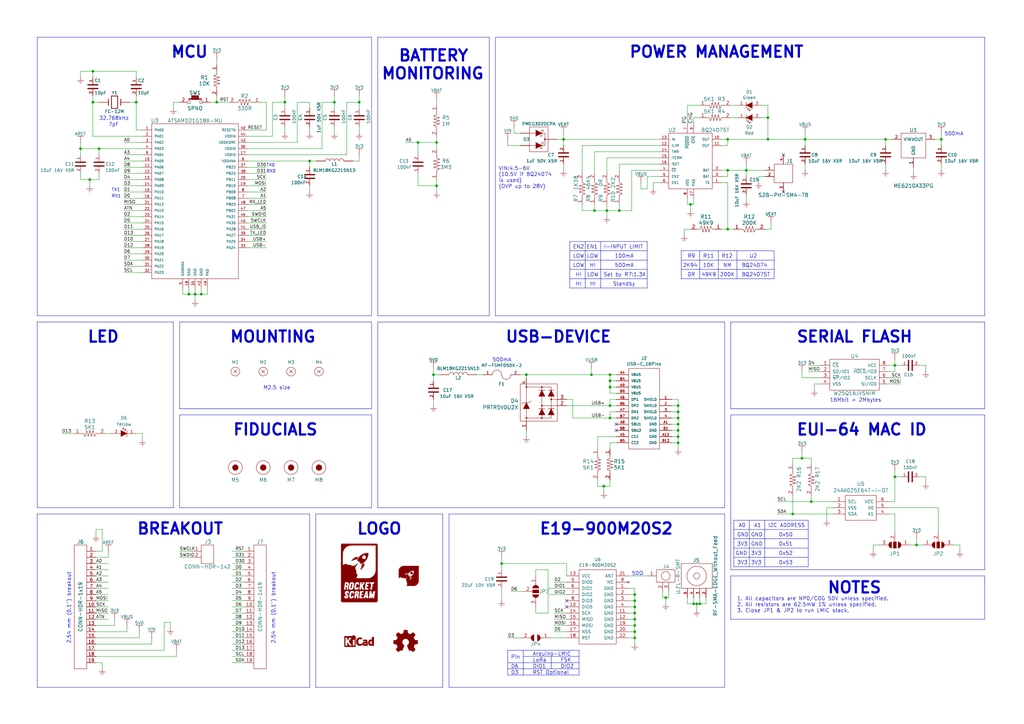
<source format=kicad_sch>
(kicad_sch (version 20230121) (generator eeschema)
  (paper "A3")
  (title_block (title "Mini Ultra Pro") (date "2022-06-18") (rev "4.00") (company "Rocket Scream Electronics"))
  (junction (at 278.13 173.99))
  (junction (at 40.64 60.96))
  (junction (at 179.07 58.42))
  (junction (at 386.08 57.15))
  (junction (at 250.19 153.67))
  (junction (at 77.47 120.65))
  (junction (at 231.14 57.15))
  (junction (at 260.35 248.92))
  (junction (at 260.35 243.84))
  (junction (at 254 86.36))
  (junction (at 38.1 29.21))
  (junction (at 36.83 73.66))
  (junction (at 215.9 153.67))
  (junction (at 284.48 247.65))
  (junction (at 278.13 181.61))
  (junction (at 250.19 158.75))
  (junction (at 260.35 261.62))
  (junction (at 205.74 231.14))
  (junction (at 116.84 41.91))
  (junction (at 260.35 254))
  (junction (at 367.03 195.58))
  (junction (at 127 66.04))
  (junction (at 314.96 57.15))
  (junction (at 306.07 69.85))
  (junction (at 278.13 166.37))
  (junction (at 332.74 205.74))
  (junction (at 177.8 153.67))
  (junction (at 287.02 247.65))
  (junction (at 273.05 245.11))
  (junction (at 260.35 259.08))
  (junction (at 80.01 120.65))
  (junction (at 260.35 256.54))
  (junction (at 330.2 57.15))
  (junction (at 260.35 246.38))
  (junction (at 171.45 58.42))
  (junction (at 137.16 41.91))
  (junction (at 367.03 149.86))
  (junction (at 278.13 179.07))
  (junction (at 375.92 223.52))
  (junction (at 147.32 41.91))
  (junction (at 250.19 171.45))
  (junction (at 285.75 247.65))
  (junction (at 314.96 48.26))
  (junction (at 88.9 41.91))
  (junction (at 363.22 57.15))
  (junction (at 38.1 41.91))
  (junction (at 278.13 176.53))
  (junction (at 298.45 69.85))
  (junction (at 298.45 93.98))
  (junction (at 243.84 86.36))
  (junction (at 248.92 86.36))
  (junction (at 247.65 199.39))
  (junction (at 328.93 187.96))
  (junction (at 250.19 166.37))
  (junction (at 242.57 153.67))
  (junction (at 325.12 210.82))
  (junction (at 260.35 251.46))
  (junction (at 82.55 120.65))
  (junction (at 55.88 41.91))
  (junction (at 278.13 171.45))
  (junction (at 283.21 83.82))
  (junction (at 33.02 60.96))
  (junction (at 179.07 76.2))
  (junction (at 298.45 57.15))
  (junction (at 278.13 168.91))
  (junction (at 250.19 156.21))
  (no_connect (at 321.31 78.74))
  (no_connect (at 321.31 63.5))
  (no_connect (at 232.41 246.38))
  (no_connect (at 252.73 173.99))
  (no_connect (at 232.41 248.92))
  (no_connect (at 252.73 176.53))
  (wire (pts (xy 224.79 243.84) (xy 224.79 251.46)))
  (polyline (pts (xy 403.86 170.18) (xy 299.72 170.18)))
  (polyline (pts (xy 209.55 274.32) (xy 237.49 274.32)))
  (wire (pts (xy 287.02 43.18) (xy 281.94 43.18)))
  (wire (pts (xy 179.07 40.64) (xy 179.07 43.18)))
  (wire (pts (xy 69.85 255.27) (xy 69.85 257.81)))
  (wire (pts (xy 363.22 57.15) (xy 365.76 57.15)))
  (wire (pts (xy 283.21 86.36) (xy 283.21 83.82)))
  (wire (pts (xy 289.56 247.65) (xy 287.02 247.65)))
  (wire (pts (xy 260.35 243.84) (xy 257.81 243.84)))
  (wire (pts (xy 275.59 179.07) (xy 278.13 179.07)))
  (wire (pts (xy 171.45 58.42) (xy 179.07 58.42)))
  (wire (pts (xy 82.55 120.65) (xy 82.55 118.11)))
  (polyline (pts (xy 73.66 167.64) (xy 152.4 167.64)))
  (wire (pts (xy 232.41 243.84) (xy 224.79 243.84)))
  (wire (pts (xy 210.82 54.61) (xy 213.36 54.61)))
  (wire (pts (xy 325.12 190.5) (xy 325.12 187.96)))
  (wire (pts (xy 336.55 154.94) (xy 328.93 154.94)))
  (wire (pts (xy 232.41 166.37) (xy 250.19 166.37)))
  (wire (pts (xy 386.08 67.31) (xy 386.08 69.85)))
  (wire (pts (xy 369.57 195.58) (xy 367.03 195.58)))
  (wire (pts (xy 58.42 58.42) (xy 50.8 58.42)))
  (polyline (pts (xy 208.28 274.32) (xy 209.55 274.32)))
  (wire (pts (xy 299.72 48.26) (xy 302.26 48.26)))
  (wire (pts (xy 58.42 73.66) (xy 50.8 73.66)))
  (wire (pts (xy 78.74 226.06) (xy 73.66 226.06)))
  (wire (pts (xy 314.96 48.26) (xy 314.96 57.15)))
  (wire (pts (xy 80.01 120.65) (xy 80.01 123.19)))
  (wire (pts (xy 58.42 66.04) (xy 50.8 66.04)))
  (wire (pts (xy 58.42 111.76) (xy 50.8 111.76)))
  (wire (pts (xy 106.68 41.91) (xy 109.22 41.91)))
  (polyline (pts (xy 297.18 208.28) (xy 297.18 132.08)))
  (polyline (pts (xy 331.47 232.41) (xy 300.99 232.41)))
  (wire (pts (xy 177.8 163.83) (xy 177.8 166.37)))
  (wire (pts (xy 386.08 54.61) (xy 386.08 57.15)))
  (wire (pts (xy 44.45 246.38) (xy 39.37 246.38)))
  (wire (pts (xy 250.19 168.91) (xy 250.19 171.45)))
  (polyline (pts (xy 403.86 15.24) (xy 403.86 129.54)))
  (wire (pts (xy 213.36 153.67) (xy 215.9 153.67)))
  (polyline (pts (xy 279.4 110.49) (xy 285.75 110.49)))
  (wire (pts (xy 316.23 91.44) (xy 316.23 93.98)))
  (wire (pts (xy 275.59 168.91) (xy 278.13 168.91)))
  (wire (pts (xy 369.57 157.48) (xy 364.49 157.48)))
  (wire (pts (xy 208.28 59.69) (xy 213.36 59.69)))
  (wire (pts (xy 306.07 67.31) (xy 306.07 69.85)))
  (wire (pts (xy 95.25 241.3) (xy 100.33 241.3)))
  (wire (pts (xy 334.01 157.48) (xy 334.01 160.02)))
  (wire (pts (xy 58.42 68.58) (xy 50.8 68.58)))
  (polyline (pts (xy 265.43 118.11) (xy 233.68 118.11)))
  (wire (pts (xy 44.45 248.92) (xy 39.37 248.92)))
  (wire (pts (xy 280.67 93.98) (xy 280.67 96.52)))
  (wire (pts (xy 58.42 88.9) (xy 50.8 88.9)))
  (wire (pts (xy 298.45 93.98) (xy 295.91 93.98)))
  (polyline (pts (xy 15.24 208.28) (xy 71.12 208.28)))
  (polyline (pts (xy 279.4 110.49) (xy 279.4 114.3)))
  (wire (pts (xy 254 86.36) (xy 248.92 86.36)))
  (wire (pts (xy 295.91 57.15) (xy 298.45 57.15)))
  (polyline (pts (xy 233.68 110.49) (xy 265.43 110.49)))
  (wire (pts (xy 250.19 181.61) (xy 250.19 184.15)))
  (wire (pts (xy 58.42 96.52) (xy 50.8 96.52)))
  (polyline (pts (xy 403.86 129.54) (xy 203.2 129.54)))
  (wire (pts (xy 137.16 52.07) (xy 137.16 54.61)))
  (polyline (pts (xy 299.72 233.68) (xy 403.86 233.68)))
  (wire (pts (xy 298.45 59.69) (xy 298.45 57.15)))
  (polyline (pts (xy 15.24 15.24) (xy 15.24 129.54)))
  (wire (pts (xy 38.1 41.91) (xy 40.64 41.91)))
  (wire (pts (xy 95.25 238.76) (xy 100.33 238.76)))
  (wire (pts (xy 38.1 55.88) (xy 58.42 55.88)))
  (polyline (pts (xy 15.24 132.08) (xy 15.24 208.28)))
  (wire (pts (xy 274.32 245.11) (xy 273.05 245.11)))
  (wire (pts (xy 109.22 91.44) (xy 101.6 91.44)))
  (wire (pts (xy 205.74 231.14) (xy 232.41 231.14)))
  (wire (pts (xy 260.35 246.38) (xy 257.81 246.38)))
  (wire (pts (xy 226.06 261.62) (xy 232.41 261.62)))
  (wire (pts (xy 312.42 43.18) (xy 314.96 43.18)))
  (wire (pts (xy 250.19 166.37) (xy 252.73 166.37)))
  (polyline (pts (xy 73.66 170.18) (xy 73.66 208.28)))
  (polyline (pts (xy 154.94 208.28) (xy 297.18 208.28)))
  (wire (pts (xy 379.73 149.86) (xy 379.73 152.4)))
  (wire (pts (xy 278.13 181.61) (xy 278.13 184.15)))
  (wire (pts (xy 234.95 171.45) (xy 250.19 171.45)))
  (wire (pts (xy 278.13 171.45) (xy 278.13 173.99)))
  (wire (pts (xy 250.19 158.75) (xy 252.73 158.75)))
  (wire (pts (xy 58.42 76.2) (xy 50.8 76.2)))
  (wire (pts (xy 58.42 101.6) (xy 50.8 101.6)))
  (wire (pts (xy 248.92 86.36) (xy 243.84 86.36)))
  (wire (pts (xy 364.49 154.94) (xy 369.57 154.94)))
  (polyline (pts (xy 297.18 132.08) (xy 154.94 132.08)))
  (wire (pts (xy 58.42 86.36) (xy 50.8 86.36)))
  (wire (pts (xy 88.9 41.91) (xy 88.9 39.37)))
  (polyline (pts (xy 279.4 102.87) (xy 287.02 102.87)))
  (wire (pts (xy 252.73 156.21) (xy 250.19 156.21)))
  (wire (pts (xy 295.91 72.39) (xy 298.45 72.39)))
  (wire (pts (xy 58.42 81.28) (xy 50.8 81.28)))
  (wire (pts (xy 332.74 205.74) (xy 341.63 205.74)))
  (wire (pts (xy 80.01 120.65) (xy 82.55 120.65)))
  (wire (pts (xy 325.12 210.82) (xy 325.12 203.2)))
  (polyline (pts (xy 299.72 254) (xy 403.86 254)))
  (wire (pts (xy 250.19 199.39) (xy 250.19 196.85)))
  (polyline (pts (xy 181.61 210.82) (xy 181.61 281.94)))
  (wire (pts (xy 360.68 223.52) (xy 358.14 223.52)))
  (wire (pts (xy 313.69 93.98) (xy 316.23 93.98)))
  (wire (pts (xy 250.19 161.29) (xy 250.19 158.75)))
  (wire (pts (xy 43.18 177.8) (xy 45.72 177.8)))
  (wire (pts (xy 132.08 60.96) (xy 132.08 41.91)))
  (polyline (pts (xy 287.02 114.3) (xy 279.4 114.3)))
  (wire (pts (xy 275.59 171.45) (xy 278.13 171.45)))
  (wire (pts (xy 58.42 93.98) (xy 50.8 93.98)))
  (wire (pts (xy 101.6 71.12) (xy 109.22 71.12)))
  (wire (pts (xy 267.97 74.93) (xy 267.97 77.47)))
  (wire (pts (xy 363.22 57.15) (xy 363.22 59.69)))
  (wire (pts (xy 391.16 223.52) (xy 393.7 223.52)))
  (wire (pts (xy 250.19 171.45) (xy 252.73 171.45)))
  (polyline (pts (xy 209.55 276.86) (xy 237.49 276.86)))
  (wire (pts (xy 273.05 247.65) (xy 273.05 245.11)))
  (polyline (pts (xy 240.03 99.06) (xy 240.03 118.11)))
  (wire (pts (xy 275.59 173.99) (xy 278.13 173.99)))
  (wire (pts (xy 195.58 153.67) (xy 198.12 153.67)))
  (wire (pts (xy 147.32 39.37) (xy 147.32 41.91)))
  (wire (pts (xy 127 66.04) (xy 129.54 66.04)))
  (wire (pts (xy 252.73 153.67) (xy 250.19 153.67)))
  (wire (pts (xy 109.22 83.82) (xy 101.6 83.82)))
  (polyline (pts (xy 209.55 276.86) (xy 208.28 276.86)))
  (wire (pts (xy 298.45 74.93) (xy 298.45 93.98)))
  (wire (pts (xy 367.03 147.32) (xy 367.03 149.86)))
  (wire (pts (xy 384.81 208.28) (xy 384.81 218.44)))
  (wire (pts (xy 328.93 185.42) (xy 328.93 187.96)))
  (polyline (pts (xy 297.18 210.82) (xy 297.18 281.94)))
  (wire (pts (xy 95.25 264.16) (xy 100.33 264.16)))
  (polyline (pts (xy 287.02 102.87) (xy 287.02 114.3)))
  (wire (pts (xy 243.84 86.36) (xy 243.84 83.82)))
  (wire (pts (xy 95.25 246.38) (xy 100.33 246.38)))
  (wire (pts (xy 298.45 69.85) (xy 306.07 69.85)))
  (wire (pts (xy 57.15 261.62) (xy 57.15 259.08)))
  (wire (pts (xy 242.57 151.13) (xy 242.57 153.67)))
  (wire (pts (xy 33.02 29.21) (xy 33.02 31.75)))
  (polyline (pts (xy 154.94 132.08) (xy 154.94 208.28)))
  (wire (pts (xy 364.49 208.28) (xy 384.81 208.28)))
  (wire (pts (xy 393.7 223.52) (xy 393.7 226.06)))
  (polyline (pts (xy 214.63 269.24) (xy 237.49 269.24)))
  (wire (pts (xy 330.2 57.15) (xy 363.22 57.15)))
  (wire (pts (xy 39.37 259.08) (xy 52.07 259.08)))
  (wire (pts (xy 39.37 217.17) (xy 39.37 219.71)))
  (wire (pts (xy 278.13 163.83) (xy 278.13 166.37)))
  (wire (pts (xy 242.57 153.67) (xy 250.19 153.67)))
  (wire (pts (xy 243.84 62.23) (xy 243.84 71.12)))
  (wire (pts (xy 311.15 72.39) (xy 311.15 74.93)))
  (polyline (pts (xy 300.99 224.79) (xy 331.47 224.79)))
  (wire (pts (xy 101.6 68.58) (xy 109.22 68.58)))
  (wire (pts (xy 250.19 153.67) (xy 250.19 156.21)))
  (wire (pts (xy 214.63 242.57) (xy 209.55 242.57)))
  (wire (pts (xy 252.73 168.91) (xy 250.19 168.91)))
  (wire (pts (xy 224.79 233.68) (xy 224.79 241.3)))
  (wire (pts (xy 100.33 226.06) (xy 95.25 226.06)))
  (wire (pts (xy 44.45 233.68) (xy 39.37 233.68)))
  (wire (pts (xy 147.32 52.07) (xy 147.32 54.61)))
  (wire (pts (xy 273.05 245.11) (xy 271.78 245.11)))
  (wire (pts (xy 284.48 48.26) (xy 284.48 50.8)))
  (wire (pts (xy 55.88 39.37) (xy 55.88 41.91)))
  (wire (pts (xy 41.91 271.78) (xy 41.91 274.32)))
  (polyline (pts (xy 226.06 269.24) (xy 226.06 274.32)))
  (wire (pts (xy 265.43 77.47) (xy 262.89 77.47)))
  (wire (pts (xy 147.32 41.91) (xy 147.32 44.45)))
  (polyline (pts (xy 403.86 236.22) (xy 299.72 236.22)))
  (wire (pts (xy 262.89 77.47) (xy 262.89 74.93)))
  (wire (pts (xy 78.74 228.6) (xy 73.66 228.6)))
  (wire (pts (xy 127 52.07) (xy 127 54.61)))
  (polyline (pts (xy 200.66 129.54) (xy 154.94 129.54)))
  (polyline (pts (xy 300.99 228.6) (xy 331.47 228.6)))
  (wire (pts (xy 33.02 73.66) (xy 36.83 73.66)))
  (wire (pts (xy 137.16 41.91) (xy 137.16 44.45)))
  (wire (pts (xy 88.9 24.13) (xy 88.9 26.67)))
  (wire (pts (xy 232.41 238.76) (xy 227.33 238.76)))
  (polyline (pts (xy 331.47 220.98) (xy 300.99 220.98)))
  (wire (pts (xy 147.32 66.04) (xy 147.32 63.5)))
  (wire (pts (xy 95.25 271.78) (xy 100.33 271.78)))
  (polyline (pts (xy 285.75 106.68) (xy 279.4 106.68)))
  (wire (pts (xy 245.11 199.39) (xy 247.65 199.39)))
  (polyline (pts (xy 302.26 102.87) (xy 302.26 114.3)))
  (wire (pts (xy 227.33 259.08) (xy 232.41 259.08)))
  (wire (pts (xy 39.37 238.76) (xy 44.45 238.76)))
  (polyline (pts (xy 331.47 217.17) (xy 300.99 217.17)))
  (wire (pts (xy 205.74 241.3) (xy 205.74 246.38)))
  (wire (pts (xy 101.6 58.42) (xy 121.92 58.42)))
  (polyline (pts (xy 299.72 236.22) (xy 299.72 254)))
  (wire (pts (xy 111.76 55.88) (xy 111.76 41.91)))
  (wire (pts (xy 58.42 106.68) (xy 50.8 106.68)))
  (wire (pts (xy 243.84 86.36) (xy 238.76 86.36)))
  (wire (pts (xy 260.35 241.3) (xy 260.35 243.84)))
  (wire (pts (xy 95.25 254) (xy 100.33 254)))
  (wire (pts (xy 39.37 231.14) (xy 44.45 231.14)))
  (polyline (pts (xy 299.72 167.64) (xy 403.86 167.64)))
  (wire (pts (xy 336.55 157.48) (xy 334.01 157.48)))
  (polyline (pts (xy 203.2 15.24) (xy 403.86 15.24)))
  (wire (pts (xy 224.79 241.3) (xy 232.41 241.3)))
  (wire (pts (xy 328.93 154.94) (xy 328.93 152.4)))
  (wire (pts (xy 270.51 64.77) (xy 248.92 64.77)))
  (wire (pts (xy 95.25 256.54) (xy 100.33 256.54)))
  (wire (pts (xy 386.08 57.15) (xy 386.08 59.69)))
  (wire (pts (xy 116.84 39.37) (xy 116.84 41.91)))
  (wire (pts (xy 254 67.31) (xy 254 71.12)))
  (wire (pts (xy 364.49 205.74) (xy 367.03 205.74)))
  (wire (pts (xy 363.22 67.31) (xy 363.22 69.85)))
  (wire (pts (xy 38.1 29.21) (xy 55.88 29.21)))
  (wire (pts (xy 281.94 83.82) (xy 283.21 83.82)))
  (polyline (pts (xy 317.5 110.49) (xy 285.75 110.49)))
  (wire (pts (xy 259.08 86.36) (xy 254 86.36)))
  (wire (pts (xy 171.45 76.2) (xy 179.07 76.2)))
  (polyline (pts (xy 208.28 276.86) (xy 208.28 266.7)))
  (wire (pts (xy 245.11 196.85) (xy 245.11 199.39)))
  (polyline (pts (xy 184.15 210.82) (xy 297.18 210.82)))
  (wire (pts (xy 367.03 152.4) (xy 364.49 152.4)))
  (wire (pts (xy 314.96 57.15) (xy 330.2 57.15)))
  (wire (pts (xy 257.81 241.3) (xy 260.35 241.3)))
  (wire (pts (xy 289.56 245.11) (xy 289.56 247.65)))
  (wire (pts (xy 95.25 243.84) (xy 100.33 243.84)))
  (polyline (pts (xy 15.24 210.82) (xy 127 210.82)))
  (wire (pts (xy 39.37 264.16) (xy 62.23 264.16)))
  (wire (pts (xy 58.42 177.8) (xy 58.42 180.34)))
  (wire (pts (xy 58.42 104.14) (xy 50.8 104.14)))
  (polyline (pts (xy 233.68 114.3) (xy 265.43 114.3)))
  (wire (pts (xy 248.92 86.36) (xy 248.92 88.9)))
  (wire (pts (xy 44.45 243.84) (xy 39.37 243.84)))
  (wire (pts (xy 252.73 181.61) (xy 250.19 181.61)))
  (polyline (pts (xy 152.4 132.08) (xy 73.66 132.08)))
  (wire (pts (xy 44.45 241.3) (xy 39.37 241.3)))
  (wire (pts (xy 95.25 236.22) (xy 100.33 236.22)))
  (wire (pts (xy 33.02 71.12) (xy 33.02 73.66)))
  (polyline (pts (xy 152.4 167.64) (xy 152.4 132.08)))
  (polyline (pts (xy 152.4 208.28) (xy 152.4 170.18)))
  (wire (pts (xy 285.75 247.65) (xy 284.48 247.65)))
  (wire (pts (xy 234.95 171.45) (xy 234.95 163.83)))
  (wire (pts (xy 127 78.74) (xy 127 76.2)))
  (polyline (pts (xy 129.54 281.94) (xy 129.54 210.82)))
  (wire (pts (xy 137.16 39.37) (xy 137.16 41.91)))
  (wire (pts (xy 231.14 57.15) (xy 270.51 57.15)))
  (wire (pts (xy 274.32 242.57) (xy 274.32 245.11)))
  (wire (pts (xy 58.42 109.22) (xy 50.8 109.22)))
  (wire (pts (xy 260.35 261.62) (xy 260.35 259.08)))
  (polyline (pts (xy 152.4 170.18) (xy 73.66 170.18)))
  (wire (pts (xy 44.45 236.22) (xy 39.37 236.22)))
  (wire (pts (xy 101.6 55.88) (xy 111.76 55.88)))
  (wire (pts (xy 40.64 63.5) (xy 40.64 60.96)))
  (polyline (pts (xy 265.43 106.68) (xy 233.68 106.68)))
  (wire (pts (xy 377.19 195.58) (xy 379.73 195.58)))
  (wire (pts (xy 40.64 73.66) (xy 40.64 71.12)))
  (wire (pts (xy 313.69 72.39) (xy 311.15 72.39)))
  (polyline (pts (xy 300.99 213.36) (xy 331.47 213.36)))
  (polyline (pts (xy 129.54 210.82) (xy 181.61 210.82)))
  (polyline (pts (xy 184.15 281.94) (xy 184.15 210.82)))
  (wire (pts (xy 232.41 231.14) (xy 232.41 236.22)))
  (wire (pts (xy 109.22 73.66) (xy 101.6 73.66)))
  (wire (pts (xy 40.64 60.96) (xy 58.42 60.96)))
  (polyline (pts (xy 287.02 114.3) (xy 317.5 114.3)))
  (wire (pts (xy 109.22 93.98) (xy 101.6 93.98)))
  (wire (pts (xy 179.07 58.42) (xy 179.07 60.96)))
  (wire (pts (xy 215.9 176.53) (xy 215.9 179.07)))
  (polyline (pts (xy 154.94 129.54) (xy 154.94 15.24)))
  (wire (pts (xy 287.02 247.65) (xy 285.75 247.65)))
  (wire (pts (xy 41.91 217.17) (xy 41.91 226.06)))
  (wire (pts (xy 257.81 251.46) (xy 260.35 251.46)))
  (polyline (pts (xy 299.72 170.18) (xy 299.72 233.68)))
  (wire (pts (xy 80.01 120.65) (xy 80.01 118.11)))
  (wire (pts (xy 109.22 86.36) (xy 101.6 86.36)))
  (wire (pts (xy 213.36 261.62) (xy 208.28 261.62)))
  (wire (pts (xy 248.92 83.82) (xy 248.92 86.36)))
  (wire (pts (xy 332.74 187.96) (xy 332.74 190.5)))
  (wire (pts (xy 278.13 176.53) (xy 278.13 179.07)))
  (wire (pts (xy 339.09 208.28) (xy 339.09 213.36)))
  (wire (pts (xy 67.31 255.27) (xy 67.31 266.7)))
  (polyline (pts (xy 233.68 99.06) (xy 265.43 99.06)))
  (polyline (pts (xy 317.5 106.68) (xy 285.75 106.68)))
  (wire (pts (xy 101.6 66.04) (xy 127 66.04)))
  (polyline (pts (xy 299.72 132.08) (xy 299.72 167.64)))
  (wire (pts (xy 95.25 269.24) (xy 100.33 269.24)))
  (wire (pts (xy 358.14 223.52) (xy 358.14 226.06)))
  (polyline (pts (xy 403.86 233.68) (xy 403.86 170.18)))
  (polyline (pts (xy 152.4 129.54) (xy 152.4 15.24)))
  (wire (pts (xy 278.13 168.91) (xy 278.13 171.45)))
  (wire (pts (xy 215.9 153.67) (xy 215.9 154.94)))
  (wire (pts (xy 270.51 69.85) (xy 259.08 69.85)))
  (wire (pts (xy 367.03 149.86) (xy 367.03 152.4)))
  (wire (pts (xy 55.88 41.91) (xy 55.88 53.34)))
  (wire (pts (xy 377.19 149.86) (xy 379.73 149.86)))
  (wire (pts (xy 254 86.36) (xy 254 83.82)))
  (wire (pts (xy 121.92 58.42) (xy 121.92 41.91)))
  (wire (pts (xy 336.55 152.4) (xy 331.47 152.4)))
  (wire (pts (xy 100.33 233.68) (xy 95.25 233.68)))
  (wire (pts (xy 325.12 187.96) (xy 328.93 187.96)))
  (wire (pts (xy 260.35 248.92) (xy 260.35 246.38)))
  (polyline (pts (xy 208.28 266.7) (xy 209.55 266.7)))
  (polyline (pts (xy 233.68 99.06) (xy 233.68 118.11)))
  (polyline (pts (xy 15.24 129.54) (xy 152.4 129.54)))
  (wire (pts (xy 285.75 247.65) (xy 285.75 250.19)))
  (wire (pts (xy 41.91 217.17) (xy 39.37 217.17)))
  (wire (pts (xy 77.47 120.65) (xy 80.01 120.65)))
  (wire (pts (xy 270.51 67.31) (xy 254 67.31)))
  (wire (pts (xy 306.07 69.85) (xy 313.69 69.85)))
  (wire (pts (xy 58.42 99.06) (xy 50.8 99.06)))
  (wire (pts (xy 257.81 236.22) (xy 265.43 236.22)))
  (wire (pts (xy 284.48 83.82) (xy 284.48 81.28)))
  (wire (pts (xy 295.91 59.69) (xy 298.45 59.69)))
  (polyline (pts (xy 279.4 106.68) (xy 279.4 102.87)))
  (wire (pts (xy 275.59 163.83) (xy 278.13 163.83)))
  (wire (pts (xy 171.45 58.42) (xy 171.45 63.5)))
  (wire (pts (xy 245.11 179.07) (xy 245.11 184.15)))
  (wire (pts (xy 332.74 205.74) (xy 332.74 203.2)))
  (wire (pts (xy 219.71 233.68) (xy 219.71 236.22)))
  (wire (pts (xy 299.72 43.18) (xy 302.26 43.18)))
  (wire (pts (xy 228.6 57.15) (xy 231.14 57.15)))
  (wire (pts (xy 287.02 48.26) (xy 284.48 48.26)))
  (wire (pts (xy 100.33 228.6) (xy 95.25 228.6)))
  (wire (pts (xy 52.07 259.08) (xy 52.07 256.54)))
  (wire (pts (xy 227.33 256.54) (xy 232.41 256.54)))
  (polyline (pts (xy 152.4 15.24) (xy 15.24 15.24)))
  (wire (pts (xy 306.07 69.85) (xy 306.07 72.39)))
  (wire (pts (xy 58.42 78.74) (xy 50.8 78.74)))
  (polyline (pts (xy 300.99 213.36) (xy 300.99 232.41)))
  (wire (pts (xy 25.4 177.8) (xy 30.48 177.8)))
  (wire (pts (xy 298.45 93.98) (xy 300.99 93.98)))
  (wire (pts (xy 375.92 223.52) (xy 378.46 223.52)))
  (wire (pts (xy 325.12 210.82) (xy 341.63 210.82)))
  (wire (pts (xy 298.45 72.39) (xy 298.45 69.85)))
  (polyline (pts (xy 287.02 102.87) (xy 317.5 102.87)))
  (wire (pts (xy 116.84 41.91) (xy 116.84 44.45)))
  (wire (pts (xy 55.88 41.91) (xy 53.34 41.91)))
  (wire (pts (xy 238.76 59.69) (xy 238.76 71.12)))
  (wire (pts (xy 62.23 264.16) (xy 62.23 261.62)))
  (wire (pts (xy 109.22 78.74) (xy 101.6 78.74)))
  (wire (pts (xy 330.2 57.15) (xy 330.2 59.69)))
  (wire (pts (xy 287.02 247.65) (xy 287.02 245.11)))
  (wire (pts (xy 257.81 254) (xy 260.35 254)))
  (wire (pts (xy 375.92 220.98) (xy 375.92 223.52)))
  (wire (pts (xy 58.42 63.5) (xy 50.8 63.5)))
  (wire (pts (xy 109.22 41.91) (xy 109.22 53.34)))
  (wire (pts (xy 71.12 41.91) (xy 71.12 44.45)))
  (wire (pts (xy 58.42 91.44) (xy 50.8 91.44)))
  (wire (pts (xy 281.94 247.65) (xy 281.94 245.11)))
  (wire (pts (xy 74.93 118.11) (xy 74.93 120.65)))
  (wire (pts (xy 179.07 55.88) (xy 179.07 58.42)))
  (wire (pts (xy 142.24 63.5) (xy 142.24 41.91)))
  (wire (pts (xy 109.22 88.9) (xy 101.6 88.9)))
  (wire (pts (xy 257.81 256.54) (xy 260.35 256.54)))
  (wire (pts (xy 95.25 261.62) (xy 100.33 261.62)))
  (polyline (pts (xy 403.86 167.64) (xy 403.86 132.08)))
  (polyline (pts (xy 317.5 102.87) (xy 317.5 114.3)))
  (wire (pts (xy 306.07 80.01) (xy 306.07 82.55)))
  (wire (pts (xy 278.13 173.99) (xy 278.13 176.53)))
  (wire (pts (xy 215.9 153.67) (xy 242.57 153.67)))
  (wire (pts (xy 39.37 269.24) (xy 72.39 269.24)))
  (wire (pts (xy 367.03 195.58) (xy 367.03 193.04)))
  (wire (pts (xy 39.37 256.54) (xy 46.99 256.54)))
  (wire (pts (xy 36.83 73.66) (xy 40.64 73.66)))
  (wire (pts (xy 231.14 67.31) (xy 231.14 69.85)))
  (wire (pts (xy 109.22 96.52) (xy 101.6 96.52)))
  (wire (pts (xy 281.94 43.18) (xy 281.94 50.8)))
  (wire (pts (xy 177.8 153.67) (xy 180.34 153.67)))
  (wire (pts (xy 95.25 259.08) (xy 100.33 259.08)))
  (wire (pts (xy 109.22 53.34) (xy 101.6 53.34)))
  (wire (pts (xy 39.37 271.78) (xy 41.91 271.78)))
  (wire (pts (xy 314.96 48.26) (xy 312.42 48.26)))
  (wire (pts (xy 278.13 179.07) (xy 278.13 181.61)))
  (wire (pts (xy 85.09 120.65) (xy 82.55 120.65)))
  (wire (pts (xy 86.36 41.91) (xy 88.9 41.91)))
  (wire (pts (xy 74.93 120.65) (xy 77.47 120.65)))
  (polyline (pts (xy 208.28 271.78) (xy 209.55 271.78)))
  (wire (pts (xy 295.91 69.85) (xy 298.45 69.85)))
  (wire (pts (xy 100.33 231.14) (xy 95.25 231.14)))
  (polyline (pts (xy 313.69 213.36) (xy 313.69 232.41)))
  (wire (pts (xy 250.19 156.21) (xy 250.19 158.75)))
  (wire (pts (xy 205.74 231.14) (xy 205.74 233.68)))
  (wire (pts (xy 67.31 255.27) (xy 69.85 255.27)))
  (wire (pts (xy 44.45 254) (xy 39.37 254)))
  (wire (pts (xy 278.13 166.37) (xy 278.13 168.91)))
  (polyline (pts (xy 71.12 132.08) (xy 15.24 132.08)))
  (wire (pts (xy 257.81 259.08) (xy 260.35 259.08)))
  (wire (pts (xy 95.25 251.46) (xy 100.33 251.46)))
  (wire (pts (xy 101.6 101.6) (xy 109.22 101.6)))
  (wire (pts (xy 72.39 269.24) (xy 72.39 266.7)))
  (wire (pts (xy 367.03 149.86) (xy 369.57 149.86)))
  (wire (pts (xy 219.71 233.68) (xy 224.79 233.68)))
  (wire (pts (xy 224.79 251.46) (xy 219.71 251.46)))
  (wire (pts (xy 166.37 58.42) (xy 171.45 58.42)))
  (wire (pts (xy 58.42 71.12) (xy 50.8 71.12)))
  (wire (pts (xy 36.83 76.2) (xy 36.83 73.66)))
  (wire (pts (xy 88.9 41.91) (xy 93.98 41.91)))
  (polyline (pts (xy 294.64 102.87) (xy 294.64 114.3)))
  (wire (pts (xy 283.21 93.98) (xy 280.67 93.98)))
  (wire (pts (xy 260.35 243.84) (xy 260.35 246.38)))
  (wire (pts (xy 177.8 153.67) (xy 177.8 156.21)))
  (wire (pts (xy 38.1 39.37) (xy 38.1 41.91)))
  (wire (pts (xy 336.55 149.86) (xy 331.47 149.86)))
  (wire (pts (xy 252.73 179.07) (xy 245.11 179.07)))
  (polyline (pts (xy 214.63 266.7) (xy 214.63 276.86)))
  (polyline (pts (xy 209.55 266.7) (xy 237.49 266.7)))
  (polyline (pts (xy 265.43 99.06) (xy 265.43 118.11)))
  (wire (pts (xy 341.63 208.28) (xy 339.09 208.28)))
  (wire (pts (xy 260.35 264.16) (xy 260.35 261.62)))
  (wire (pts (xy 260.35 259.08) (xy 260.35 256.54)))
  (wire (pts (xy 77.47 120.65) (xy 77.47 118.11)))
  (wire (pts (xy 247.65 199.39) (xy 250.19 199.39)))
  (wire (pts (xy 33.02 60.96) (xy 40.64 60.96)))
  (wire (pts (xy 265.43 72.39) (xy 265.43 77.47)))
  (wire (pts (xy 132.08 41.91) (xy 137.16 41.91)))
  (wire (pts (xy 95.25 248.92) (xy 100.33 248.92)))
  (wire (pts (xy 116.84 52.07) (xy 116.84 54.61)))
  (polyline (pts (xy 307.34 213.36) (xy 307.34 232.41)))
  (wire (pts (xy 283.21 83.82) (xy 284.48 83.82)))
  (wire (pts (xy 127 41.91) (xy 127 44.45)))
  (wire (pts (xy 109.22 99.06) (xy 101.6 99.06)))
  (wire (pts (xy 298.45 57.15) (xy 314.96 57.15)))
  (wire (pts (xy 259.08 69.85) (xy 259.08 86.36)))
  (wire (pts (xy 232.41 163.83) (xy 234.95 163.83)))
  (wire (pts (xy 171.45 71.12) (xy 171.45 76.2)))
  (wire (pts (xy 379.73 195.58) (xy 379.73 198.12)))
  (wire (pts (xy 270.51 74.93) (xy 267.97 74.93)))
  (polyline (pts (xy 279.4 106.68) (xy 279.4 110.49)))
  (polyline (pts (xy 237.49 276.86) (xy 237.49 266.7)))
  (wire (pts (xy 367.03 210.82) (xy 367.03 218.44)))
  (wire (pts (xy 67.31 266.7) (xy 39.37 266.7)))
  (wire (pts (xy 275.59 176.53) (xy 278.13 176.53)))
  (wire (pts (xy 318.77 210.82) (xy 325.12 210.82)))
  (wire (pts (xy 238.76 86.36) (xy 238.76 83.82)))
  (wire (pts (xy 367.03 205.74) (xy 367.03 195.58)))
  (polyline (pts (xy 246.38 99.06) (xy 246.38 118.11)))
  (wire (pts (xy 270.51 59.69) (xy 238.76 59.69)))
  (wire (pts (xy 210.82 52.07) (xy 210.82 54.61)))
  (wire (pts (xy 257.81 261.62) (xy 260.35 261.62)))
  (wire (pts (xy 44.45 228.6) (xy 44.45 226.06)))
  (wire (pts (xy 44.45 251.46) (xy 39.37 251.46)))
  (wire (pts (xy 38.1 31.75) (xy 38.1 29.21)))
  (wire (pts (xy 295.91 74.93) (xy 298.45 74.93)))
  (wire (pts (xy 252.73 163.83) (xy 250.19 163.83)))
  (polyline (pts (xy 203.2 129.54) (xy 203.2 15.24)))
  (wire (pts (xy 109.22 81.28) (xy 101.6 81.28)))
  (wire (pts (xy 73.66 41.91) (xy 71.12 41.91)))
  (wire (pts (xy 33.02 60.96) (xy 33.02 63.5)))
  (polyline (pts (xy 73.66 208.28) (xy 152.4 208.28)))
  (wire (pts (xy 55.88 177.8) (xy 58.42 177.8)))
  (wire (pts (xy 177.8 151.13) (xy 177.8 153.67)))
  (wire (pts (xy 252.73 161.29) (xy 250.19 161.29)))
  (wire (pts (xy 330.2 54.61) (xy 330.2 57.15)))
  (wire (pts (xy 373.38 223.52) (xy 375.92 223.52)))
  (polyline (pts (xy 403.86 254) (xy 403.86 236.22)))
  (polyline (pts (xy 127 210.82) (xy 127 281.94)))
  (wire (pts (xy 231.14 54.61) (xy 231.14 57.15)))
  (wire (pts (xy 208.28 57.15) (xy 208.28 59.69)))
  (wire (pts (xy 39.37 261.62) (xy 57.15 261.62)))
  (wire (pts (xy 41.91 226.06) (xy 39.37 226.06)))
  (wire (pts (xy 364.49 210.82) (xy 367.03 210.82)))
  (wire (pts (xy 330.2 67.31) (xy 330.2 69.85)))
  (wire (pts (xy 55.88 29.21) (xy 55.88 31.75)))
  (wire (pts (xy 33.02 29.21) (xy 38.1 29.21)))
  (wire (pts (xy 39.37 228.6) (xy 44.45 228.6)))
  (wire (pts (xy 318.77 205.74) (xy 332.74 205.74)))
  (wire (pts (xy 38.1 41.91) (xy 38.1 55.88)))
  (wire (pts (xy 270.51 62.23) (xy 243.84 62.23)))
  (wire (pts (xy 284.48 247.65) (xy 281.94 247.65)))
  (polyline (pts (xy 71.12 208.28) (xy 71.12 132.08)))
  (wire (pts (xy 179.07 73.66) (xy 179.07 76.2)))
  (wire (pts (xy 271.78 245.11) (xy 271.78 242.57)))
  (wire (pts (xy 95.25 266.7) (xy 100.33 266.7)))
  (polyline (pts (xy 200.66 15.24) (xy 200.66 129.54)))
  (wire (pts (xy 281.94 81.28) (xy 281.94 83.82)))
  (wire (pts (xy 33.02 58.42) (xy 33.02 60.96)))
  (polyline (pts (xy 154.94 15.24) (xy 200.66 15.24)))
  (wire (pts (xy 179.07 76.2) (xy 179.07 78.74)))
  (wire (pts (xy 101.6 63.5) (xy 142.24 63.5)))
  (wire (pts (xy 46.99 256.54) (xy 46.99 254)))
  (wire (pts (xy 109.22 76.2) (xy 101.6 76.2)))
  (wire (pts (xy 374.65 68.58) (xy 374.65 71.12)))
  (polyline (pts (xy 15.24 281.94) (xy 15.24 210.82)))
  (wire (pts (xy 142.24 41.91) (xy 147.32 41.91)))
  (wire (pts (xy 121.92 41.91) (xy 127 41.91)))
  (wire (pts (xy 260.35 254) (xy 260.35 251.46)))
  (polyline (pts (xy 73.66 132.08) (xy 73.66 167.64)))
  (wire (pts (xy 250.19 163.83) (xy 250.19 166.37)))
  (wire (pts (xy 111.76 41.91) (xy 116.84 41.91)))
  (wire (pts (xy 260.35 251.46) (xy 260.35 248.92)))
  (wire (pts (xy 248.92 64.77) (xy 248.92 71.12)))
  (wire (pts (xy 58.42 83.82) (xy 50.8 83.82)))
  (polyline (pts (xy 127 281.94) (xy 15.24 281.94)))
  (wire (pts (xy 275.59 181.61) (xy 278.13 181.61)))
  (wire (pts (xy 247.65 199.39) (xy 247.65 201.93)))
  (wire (pts (xy 101.6 60.96) (xy 132.08 60.96)))
  (wire (pts (xy 127 68.58) (xy 127 66.04)))
  (polyline (pts (xy 265.43 102.87) (xy 233.68 102.87)))
  (wire (pts (xy 260.35 256.54) (xy 260.35 254)))
  (polyline (pts (xy 181.61 281.94) (xy 129.54 281.94)))
  (wire (pts (xy 270.51 72.39) (xy 265.43 72.39)))
  (wire (pts (xy 284.48 247.65) (xy 284.48 245.11)))
  (wire (pts (xy 364.49 149.86) (xy 367.03 149.86)))
  (polyline (pts (xy 209.55 271.78) (xy 237.49 271.78)))
  (wire (pts (xy 219.71 251.46) (xy 219.71 248.92)))
  (wire (pts (xy 85.09 118.11) (xy 85.09 120.65)))
  (wire (pts (xy 314.96 43.18) (xy 314.96 48.26)))
  (polyline (pts (xy 403.86 132.08) (xy 299.72 132.08)))
  (wire (pts (xy 383.54 57.15) (xy 386.08 57.15)))
  (wire (pts (xy 257.81 248.92) (xy 260.35 248.92)))
  (wire (pts (xy 328.93 187.96) (xy 332.74 187.96)))
  (wire (pts (xy 275.59 166.37) (xy 278.13 166.37)))
  (wire (pts (xy 55.88 53.34) (xy 58.42 53.34)))
  (polyline (pts (xy 331.47 213.36) (xy 331.47 232.41)))
  (wire (pts (xy 227.33 251.46) (xy 232.41 251.46)))
  (polyline (pts (xy 297.18 281.94) (xy 184.15 281.94)))
  (wire (pts (xy 144.78 66.04) (xy 147.32 66.04)))
  (wire (pts (xy 227.33 254) (xy 232.41 254)))
  (wire (pts (xy 205.74 228.6) (xy 205.74 231.14)))
  (wire (pts (xy 231.14 57.15) (xy 231.14 59.69)))
  (text "A1" (at 309.245 216.535 0) (effects (font (size 1.524 1.524)) (justify left bottom)))
  (text "BQ24075T" (at 304.165 113.665 0) (effects (font (size 1.524 1.524)) (justify left bottom)))
  (text "49K9" (at 287.655 113.665 0) (effects (font (size 1.524 1.524)) (justify left bottom)))
  (text "FIDUCIALS" (at 95.25 179.07 0) (effects (font (size 4.572 4.572) (thickness 0.9144) bold) (justify left bottom)))
  (text "I-INPUT LIMIT" (at 247.65 102.235 0) (effects (font (size 1.524 1.524)) (justify left bottom)))
  (text "M2.5 size" (at 107.95 160.02 0) (effects (font (size 1.524 1.524)) (justify left bottom)))
  (text "500mA" (at 387.35 55.88 0) (effects (font (size 1.524 1.524)) (justify left bottom)))
  (text "POWER MANAGEMENT" (at 257.81 24.13 0) (effects (font (size 4.572 4.572) (thickness 0.9144) bold) (justify left bottom)))
  (text "0x53" (at 319.405 231.775 0) (effects (font (size 1.524 1.524)) (justify left bottom)))
  (text "R12" (at 295.91 106.045 0) (effects (font (size 1.524 1.524)) (justify left bottom)))
  (text "BREAKOUT" (at 55.88 219.71 0) (effects (font (size 4.572 4.572) (thickness 0.9144) bold) (justify left bottom)))
  (text "2.54 mm (0.1\") breakout" (at 113.03 264.16 90) (effects (font (size 1.524 1.524)) (justify left bottom)))
  (text "BQ24074" (at 304.165 109.855 0) (effects (font (size 1.524 1.524)) (justify left bottom)))
  (text "TX0" (at 109.22 68.58 0) (effects (font (size 1.27 1.27)) (justify left bottom)))
  (text "MOUNTING " (at 93.98 140.97 0) (effects (font (size 4.572 4.572) (thickness 0.9144) bold) (justify left bottom)))
  (text "SERIAL FLASH" (at 326.39 140.97 0) (effects (font (size 4.572 4.572) (thickness 0.9144) bold) (justify left bottom)))
  (text " HI   HI" (at 234.95 117.475 0) (effects (font (size 1.524 1.524)) (justify left bottom)))
  (text "2K94" (at 280.035 109.855 0) (effects (font (size 1.524 1.524)) (justify left bottom)))
  (text "GND" (at 302.26 220.345 0) (effects (font (size 1.524 1.524)) (justify left bottom)))
  (text "0x50" (at 319.405 220.345 0) (effects (font (size 1.524 1.524)) (justify left bottom)))
  (text "100mA" (at 252.095 106.045 0) (effects (font (size 1.524 1.524)) (justify left bottom)))
  (text "EUI-64 MAC ID" (at 326.39 179.07 0) (effects (font (size 4.572 4.572) (thickness 0.9144) bold) (justify left bottom)))
  (text "16Mbit = 2Mbytes" (at 340.36 165.1 0) (effects (font (size 1.524 1.524)) (justify left bottom)))
  (text "D6" (at 209.55 274.32 0) (effects (font (size 1.524 1.524)) (justify left bottom)))
  (text "MCU" (at 69.85 24.13 0) (effects (font (size 4.572 4.572) (thickness 0.9144) bold) (justify left bottom)))
  (text " Set by R7:1.3A" (at 246.38 113.665 0) (effects (font (size 1.524 1.524)) (justify left bottom)))
  (text "GND" (at 301.625 227.965 0) (effects (font (size 1.524 1.524)) (justify left bottom)))
  (text "LOW  HI" (at 234.95 109.855 0) (effects (font (size 1.524 1.524)) (justify left bottom)))
  (text " Standby" (at 250.19 117.475 0) (effects (font (size 1.524 1.524)) (justify left bottom)))
  (text "RST Optional" (at 218.44 276.86 0) (effects (font (size 1.524 1.524)) (justify left bottom)))
  (text "Arduino-LMIC" (at 218.44 269.24 0) (effects (font (size 1.524 1.524)) (justify left bottom)))
  (text "D3" (at 209.55 276.86 0) (effects (font (size 1.524 1.524)) (justify left bottom)))
  (text "0x52" (at 319.405 227.965 0) (effects (font (size 1.524 1.524)) (justify left bottom)))
  (text " HI  LOW" (at 234.95 113.665 0) (effects (font (size 1.524 1.524)) (justify left bottom)))
  (text "LOGO" (at 146.05 219.71 0) (effects (font (size 4.572 4.572) (thickness 0.9144) bold) (justify left bottom)))
  (text "I2C ADDRESS" (at 314.96 216.535 0) (effects (font (size 1.524 1.524)) (justify left bottom)))
  (text "200K" (at 295.275 113.665 0) (effects (font (size 1.524 1.524)) (justify left bottom)))
  (text "E19-900M20S2" (at 220.98 219.71 0) (effects (font (size 4.572 4.572) (thickness 0.9144) bold) (justify left bottom)))
  (text "7pF" (at 44.45 52.07 0) (effects (font (size 1.524 1.524)) (justify left bottom)))
  (text "LED" (at 35.56 140.97 0) (effects (font (size 4.572 4.572) (thickness 0.9144) bold) (justify left bottom)))
  (text "RX0" (at 109.22 71.12 0) (effects (font (size 1.27 1.27)) (justify left bottom)))
  (text "U2" (at 307.34 106.045 0) (effects (font (size 1.524 1.524)) (justify left bottom)))
  (text "2.54 mm (0.1\") breakout" (at 29.21 264.16 90) (effects (font (size 1.524 1.524)) (justify left bottom)))
  (text "1. All capacitors are NP0/COG 50V unless specified.\n2. All resistors are 62.5mW 1% unless specified.\n3. Close JP1 & JP2 to run LMIC stack." (at 302.26 251.46 0) (effects (font (size 1.524 1.524)) (justify left bottom)))
  (text "3V3" (at 307.975 231.775 0) (effects (font (size 1.524 1.524)) (justify left bottom)))
  (text "VIN:4.5-6V\n(10.5V if BQ24074\nis used)\n(OVP up to 28V)" (at 204.47 77.47 0) (effects (font (size 1.524 1.524)) (justify left bottom)))
  (text "0x51" (at 319.405 224.155 0) (effects (font (size 1.524 1.524)) (justify left bottom)))
  (text "TX1" (at 45.72 78.74 0) (effects (font (size 1.27 1.27)) (justify left bottom)))
  (text "Pin" (at 213.36 270.51 0) (effects (font (size 1.524 1.524)) (justify right bottom)))
  (text "DIO2" (at 229.87 274.32 0) (effects (font (size 1.524 1.524)) (justify left bottom)))
  (text "LoRa" (at 218.44 271.78 0) (effects (font (size 1.524 1.524)) (justify left bottom)))
  (text "10K" (at 288.29 109.855 0) (effects (font (size 1.524 1.524)) (justify left bottom)))
  (text "R9" (at 281.94 106.045 0) (effects (font (size 1.524 1.524)) (justify left bottom)))
  (text "USB-DEVICE" (at 207.01 140.97 0) (effects (font (size 4.572 4.572) (thickness 0.9144) bold) (justify left bottom)))
  (text "50Ω" (at 259.08 236.22 0) (effects (font (size 1.524 1.524)) (justify left bottom)))
  (text "GND" (at 307.975 224.155 0) (effects (font (size 1.524 1.524)) (justify left bottom)))
  (text "3V3" (at 302.26 231.775 0) (effects (font (size 1.524 1.524)) (justify left bottom)))
  (text "R11" (at 288.29 106.045 0) (effects (font (size 1.524 1.524)) (justify left bottom)))
  (text "NOTES" (at 339.09 243.84 0) (effects (font (size 4.572 4.572) (thickness 0.9144) bold) (justify left bottom)))
  (text "3V3" (at 307.975 227.965 0) (effects (font (size 1.524 1.524)) (justify left bottom)))
  (text "FSK" (at 229.87 271.78 0) (effects (font (size 1.524 1.524)) (justify left bottom)))
  (text "LOW LOW" (at 234.95 106.045 0) (effects (font (size 1.524 1.524)) (justify left bottom)))
  (text "500mA" (at 252.095 109.855 0) (effects (font (size 1.524 1.524)) (justify left bottom)))
  (text "3V3" (at 302.26 224.155 0) (effects (font (size 1.524 1.524)) (justify left bottom)))
  (text "A0" (at 302.895 216.535 0) (effects (font (size 1.524 1.524)) (justify left bottom)))
  (text "  BATTERY\nMONITORING" (at 156.21 33.02 0) (effects (font (size 4.572 4.572) (thickness 0.9144) bold) (justify left bottom)))
  (text "NM" (at 296.545 109.855 0) (effects (font (size 1.524 1.524)) (justify left bottom)))
  (text "32.768kHz" (at 40.64 49.53 0) (effects (font (size 1.524 1.524)) (justify left bottom)))
  (text "GND" (at 307.975 220.345 0) (effects (font (size 1.524 1.524)) (justify left bottom)))
  (text "DIO1" (at 218.44 274.32 0) (effects (font (size 1.524 1.524)) (justify left bottom)))
  (text "EN2 EN1" (at 234.95 102.235 0) (effects (font (size 1.524 1.524)) (justify left bottom)))
  (text "500mA" (at 201.93 148.59 0) (effects (font (size 1.524 1.524)) (justify left bottom)))
  (text "0R" (at 281.94 113.665 0) (effects (font (size 1.524 1.524)) (justify left bottom)))
  (text "RX1" (at 45.72 81.28 0) (effects (font (size 1.27 1.27)) (justify left bottom)))
  (label "D5" (at 96.52 246.38 0))
  (label "SCL" (at 50.8 111.76 0))
  (label "MISO" (at 331.47 152.4 0))
  (label "D9" (at 96.52 256.54 0))
  (label "TX_LED" (at 109.22 96.52 180))
  (label "D5" (at 227.33 259.08 0))
  (label "D4" (at 331.47 149.86 0))
  (label "D6" (at 50.8 104.14 0))
  (label "SWDIO" (at 109.22 88.9 180))
  (label "D1" (at 96.52 236.22 0))
  (label "RST" (at 96.52 226.06 0))
  (label "A3" (at 50.8 63.5 0))
  (label "SCL" (at 318.77 205.74 0))
  (label "SDA" (at 318.77 210.82 0))
  (label "USB+" (at 242.57 166.37 0))
  (label "D30" (at 109.22 68.58 180))
  (label "SDA" (at 96.52 271.78 0))
  (label "A0" (at 50.8 58.42 0))
  (label "USB_ID" (at 109.22 93.98 180))
  (label "MISO" (at 39.37 251.46 0))
  (label "D31" (at 96.52 228.6 0))
  (label "SCK" (at 369.57 154.94 180))
  (label "USB+" (at 109.22 99.06 180))
  (label "RST" (at 90.17 41.91 0))
  (label "MOSI" (at 227.33 256.54 0))
  (label "A5" (at 39.37 243.84 0))
  (label "D7" (at 50.8 106.68 0))
  (label "D11" (at 50.8 93.98 0))
  (label "D8" (at 96.52 254 0))
  (label "USB-" (at 109.22 101.6 180))
  (label "SCK" (at 39.37 248.92 0))
  (label "D6" (at 209.55 242.57 0))
  (label "A4" (at 39.37 241.3 0))
  (label "D13" (at 25.4 177.8 0))
  (label "D2" (at 50.8 88.9 0))
  (label "SWCLK" (at 109.22 91.44 180))
  (label "USB-" (at 242.57 171.45 0))
  (label "D2" (at 227.33 238.76 0))
  (label "MOSI" (at 369.57 157.48 180))
  (label "SDA" (at 50.8 109.22 0))
  (label "D10" (at 50.8 99.06 0))
  (label "SWCLK" (at 73.66 226.06 0))
  (label "D9" (at 50.8 71.12 0))
  (label "ATN" (at 39.37 254 0))
  (label "A1" (at 39.37 233.68 0))
  (label "MISO" (at 227.33 254 0))
  (label "MOSI" (at 109.22 76.2 180))
  (label "D12" (at 96.52 264.16 0))
  (label "D1" (at 50.8 78.74 0))
  (label "A5" (at 166.37 58.42 0))
  (label "D8" (at 50.8 68.58 0))
  (label "SWDIO" (at 73.66 228.6 0))
  (label "A2" (at 109.22 78.74 180))
  (label "D11" (at 96.52 261.62 0))
  (label "ATN" (at 50.8 86.36 0))
  (label "D13" (at 50.8 96.52 0))
  (label "D3" (at 208.28 261.62 0))
  (label "MOSI" (at 39.37 246.38 0))
  (label "A4" (at 50.8 66.04 0))
  (label "D4" (at 96.52 243.84 0))
  (label "D0" (at 96.52 233.68 0))
  (label "D31" (at 109.22 71.12 180))
  (label "A2" (at 39.37 236.22 0))
  (label "D0" (at 50.8 81.28 0))
  (label "PG" (at 281.94 50.8 90) (effects (font (size 1.524 1.524))))
  (label "SCK" (at 109.22 73.66 180))
  (label "D13" (at 96.52 266.7 0))
  (label "D10" (at 96.52 259.08 0))
  (label "D3" (at 50.8 76.2 0))
  (label "DIO2" (at 227.33 243.84 0))
  (label "A1" (at 109.22 81.28 180))
  (label "D30" (at 96.52 231.14 0))
  (label "D12" (at 50.8 101.6 0))
  (label "MISO" (at 50.8 83.82 0))
  (label "D6" (at 96.52 248.92 0))
  (label "D7" (at 96.52 251.46 0))
  (label "A5" (at 109.22 86.36 180))
  (label "DIO1" (at 227.33 241.3 0))
  (label "D2" (at 96.52 238.76 0))
  (label "RX_LED" (at 109.22 83.82 180))
  (label "D4" (at 50.8 73.66 0))
  (label "RESET" (at 101.6 53.34 0))
  (label "A3" (at 39.37 238.76 0))
  (label "D3" (at 96.52 241.3 0))
  (label "A0" (at 39.37 231.14 0))
  (label "SCL" (at 96.52 269.24 0))
  (label "SCK" (at 227.33 251.46 0))
  (label "D5" (at 50.8 91.44 0))
  (label "CHG" (at 284.48 50.8 90) (effects (font (size 1.524 1.524))))
  (symbol (lib_id "RocketScreamKiCadLib:S2B-PH-SM4-TB") (at 321.31 71.12 0) (mirror y) (unit 1)
    (property "Reference" "J1" (at 323.85 66.04 0) (effects (font (size 1.524 1.524))))
    (property "Value" "S2B-PH-SM4-TB" (at 321.31 80.01 0) (effects (font (size 1.524 1.524))))
    (property "Footprint" "RocketScreamKiCadLib:S2B-PH-SM4-TB" (effects hide))
  )
  (symbol (lib_id "RocketScreamKiCadLib:BQ24074") (at 283.21 66.04 0) (unit 1)
    (property "Reference" "U2" (at 275.59 53.34 0) (effects (font (size 1.524 1.524))))
    (property "Value" "BQ24075T" (at 293.37 53.34 0) (effects (font (size 1.524 1.524))))
    (property "Footprint" "RocketScreamKiCadLib:QFN-16_3x3mm_TI" (effects hide))
  )
  (symbol (lib_id "RocketScreamKiCadLib:S25FL1xxK0XM") (at 350.52 153.67 0) (unit 1)
    (property "Reference" "U4" (at 350.52 146.05 0) (effects (font (size 1.524 1.524))))
    (property "Value" "W25Q16JVSNIM" (at 350.52 161.29 0) (effects (font (size 1.524 1.524))))
    (property "Footprint" "RocketScreamKiCadLib:SOIC-8-N_8S1" (effects hide))
  )
  (symbol (lib_id "RocketScreamKiCadLib:TACT-SWITCH_2Pins") (at 80.01 41.91 0) (mirror y) (unit 1)
    (property "Reference" "SW1" (at 80.01 38.1 0) (effects (font (size 1.524 1.524))))
    (property "Value" "SPNO" (at 80.01 44.45 0) (effects (font (size 1.524 1.524))))
    (property "Footprint" "RocketScreamKiCadLib:TS-1086E-12" (effects hide))
  )
  (symbol (lib_id "RocketScreamKiCadLib:GND") (at 80.01 123.19 0) (unit 1)
    (property "Reference" "#PWR036" (effects hide))
    (property "Value" "GND" (effects hide))
  )
  (symbol (lib_id "RocketScreamKiCadLib:CRYSTAL") (at 46.99 41.91 0) (unit 1)
    (property "Reference" "Y1" (at 46.99 38.1 0))
    (property "Value" "FC-12M" (at 46.99 45.72 0))
    (property "Footprint" "RocketScreamKiCadLib:SC-20S" (effects hide))
  )
  (symbol (lib_id "RocketScreamKiCadLib:CAPACITOR-CERAMIC") (at 55.88 35.56 0) (unit 1)
    (property "Reference" "C2" (at 56.515 33.02 0) (effects (justify left)))
    (property "Value" "10pF" (at 56.515 38.1 0) (effects (justify left)))
    (property "Footprint" "RocketScreamKiCadLib:C_0603" (effects hide))
  )
  (symbol (lib_id "RocketScreamKiCadLib:CAPACITOR-CERAMIC") (at 38.1 35.56 0) (unit 1)
    (property "Reference" "C1" (at 38.735 33.02 0) (effects (justify left)))
    (property "Value" "10pF" (at 38.735 38.1 0) (effects (justify left)))
    (property "Footprint" "RocketScreamKiCadLib:C_0603" (effects hide))
  )
  (symbol (lib_id "RocketScreamKiCadLib:GND") (at 33.02 31.75 0) (unit 1)
    (property "Reference" "#PWR02" (effects hide))
    (property "Value" "GND" (effects hide))
  )
  (symbol (lib_id "RocketScreamKiCadLib:CAPACITOR-CERAMIC") (at 116.84 48.26 0) (unit 1)
    (property "Reference" "C3" (at 113.03 49.53 90) (effects (justify left)))
    (property "Value" "100nF" (at 120.65 50.8 90) (effects (justify left)))
    (property "Footprint" "RocketScreamKiCadLib:C_0603" (effects hide))
  )
  (symbol (lib_id "RocketScreamKiCadLib:CAPACITOR-CERAMIC") (at 137.16 48.26 0) (unit 1)
    (property "Reference" "C5" (at 133.35 49.53 90) (effects (justify left)))
    (property "Value" "100nF" (at 140.97 50.8 90) (effects (justify left)))
    (property "Footprint" "RocketScreamKiCadLib:C_0603" (effects hide))
  )
  (symbol (lib_id "RocketScreamKiCadLib:CAPACITOR-CERAMIC") (at 147.32 48.26 0) (unit 1)
    (property "Reference" "C6" (at 143.51 49.53 90) (effects (justify left)))
    (property "Value" "100nF" (at 151.13 50.8 90) (effects (justify left)))
    (property "Footprint" "RocketScreamKiCadLib:C_0603" (effects hide))
  )
  (symbol (lib_id "RocketScreamKiCadLib:CAPACITOR-CERAMIC") (at 127 48.26 0) (unit 1)
    (property "Reference" "C4" (at 123.19 49.53 90) (effects (justify left)))
    (property "Value" "1uF 50V X5R" (at 130.81 54.61 90) (effects (justify left)))
    (property "Footprint" "RocketScreamKiCadLib:C_0603" (effects hide))
  )
  (symbol (lib_id "RocketScreamKiCadLib:GND") (at 116.84 54.61 0) (unit 1)
    (property "Reference" "#PWR09" (effects hide))
    (property "Value" "GND" (effects hide))
  )
  (symbol (lib_id "RocketScreamKiCadLib:GND") (at 127 54.61 0) (unit 1)
    (property "Reference" "#PWR010" (effects hide))
    (property "Value" "GND" (effects hide))
  )
  (symbol (lib_id "RocketScreamKiCadLib:GND") (at 137.16 54.61 0) (unit 1)
    (property "Reference" "#PWR011" (effects hide))
    (property "Value" "GND" (effects hide))
  )
  (symbol (lib_id "RocketScreamKiCadLib:GND") (at 147.32 54.61 0) (unit 1)
    (property "Reference" "#PWR012" (effects hide))
    (property "Value" "GND" (effects hide))
  )
  (symbol (lib_id "RocketScreamKiCadLib:3V3") (at 116.84 39.37 0) (unit 1)
    (property "Reference" "#PWR03" (effects hide))
    (property "Value" "3V3" (at 116.84 35.814 0))
  )
  (symbol (lib_id "RocketScreamKiCadLib:3V3") (at 137.16 39.37 0) (unit 1)
    (property "Reference" "#PWR04" (effects hide))
    (property "Value" "3V3" (at 137.16 35.814 0))
  )
  (symbol (lib_id "RocketScreamKiCadLib:3V3") (at 147.32 39.37 0) (unit 1)
    (property "Reference" "#PWR05" (effects hide))
    (property "Value" "3V3" (at 147.32 35.814 0))
  )
  (symbol (lib_id "RocketScreamKiCadLib:3V3") (at 147.32 63.5 0) (unit 1)
    (property "Reference" "#PWR018" (effects hide))
    (property "Value" "3V3" (at 147.32 59.944 0))
  )
  (symbol (lib_id "RocketScreamKiCadLib:INDUCTOR") (at 137.16 66.04 0) (unit 1)
    (property "Reference" "L1" (at 137.16 67.31 0))
    (property "Value" "BLM18KG221SN1D" (at 137.16 69.85 0))
    (property "Footprint" "RocketScreamKiCadLib:I_0603" (effects hide))
  )
  (symbol (lib_id "RocketScreamKiCadLib:CAPACITOR-CERAMIC") (at 127 72.39 0) (unit 1)
    (property "Reference" "C14" (at 121.92 72.39 0) (effects (justify left)))
    (property "Value" "100nF" (at 119.38 74.93 0) (effects (justify left)))
    (property "Footprint" "RocketScreamKiCadLib:C_0603" (effects hide))
  )
  (symbol (lib_id "RocketScreamKiCadLib:GND") (at 127 78.74 0) (unit 1)
    (property "Reference" "#PWR029" (effects hide))
    (property "Value" "GND" (effects hide))
  )
  (symbol (lib_id "RocketScreamKiCadLib:RESISTOR") (at 36.83 177.8 0) (unit 1)
    (property "Reference" "R13" (at 36.83 172.72 0) (effects (font (size 1.524 1.524))))
    (property "Value" "5K1" (at 36.83 175.26 0) (effects (font (size 1.524 1.524))))
    (property "Footprint" "RocketScreamKiCadLib:R_0603" (effects hide))
  )
  (symbol (lib_id "RocketScreamKiCadLib:GND") (at 58.42 180.34 0) (unit 1)
    (property "Reference" "#PWR045" (effects hide))
    (property "Value" "GND" (effects hide))
  )
  (symbol (lib_id "RocketScreamKiCadLib:VIN") (at 208.28 57.15 0) (unit 1)
    (property "Reference" "#PWR016" (effects hide))
    (property "Value" "VIN" (at 208.28 53.594 0))
  )
  (symbol (lib_id "RocketScreamKiCadLib:GND") (at 267.97 77.47 0) (unit 1)
    (property "Reference" "#PWR028" (effects hide))
    (property "Value" "GND" (effects hide))
  )
  (symbol (lib_id "RocketScreamKiCadLib:VBUS") (at 262.89 74.93 0) (unit 1)
    (property "Reference" "#PWR025" (effects hide))
    (property "Value" "VBUS" (at 262.89 71.374 0))
  )
  (symbol (lib_id "RocketScreamKiCadLib:RESISTOR") (at 293.37 48.26 0) (unit 1)
    (property "Reference" "R4" (at 295.91 45.72 0) (effects (font (size 1.524 1.524))))
    (property "Value" "5K1" (at 290.83 45.72 0) (effects (font (size 1.524 1.524))))
    (property "Footprint" "RocketScreamKiCadLib:R_0603" (effects hide))
  )
  (symbol (lib_id "RocketScreamKiCadLib:RESISTOR") (at 293.37 43.18 0) (unit 1)
    (property "Reference" "R3" (at 295.91 40.64 0) (effects (font (size 1.524 1.524))))
    (property "Value" "5K1" (at 290.83 40.64 0) (effects (font (size 1.524 1.524))))
    (property "Footprint" "RocketScreamKiCadLib:R_0603" (effects hide))
  )
  (symbol (lib_id "RocketScreamKiCadLib:RESISTOR") (at 238.76 77.47 90) (unit 1)
    (property "Reference" "R7" (at 236.22 81.28 0) (effects (font (size 1.524 1.524))))
    (property "Value" "1K18" (at 236.22 74.93 0) (effects (font (size 1.524 1.524))))
    (property "Footprint" "RocketScreamKiCadLib:R_0603" (effects hide))
  )
  (symbol (lib_id "RocketScreamKiCadLib:RESISTOR") (at 243.84 77.47 90) (unit 1)
    (property "Reference" "R8" (at 241.3 81.28 0) (effects (font (size 1.524 1.524))))
    (property "Value" "46K4" (at 241.3 74.93 0) (effects (font (size 1.524 1.524))))
    (property "Footprint" "RocketScreamKiCadLib:R_0603" (effects hide))
  )
  (symbol (lib_id "RocketScreamKiCadLib:RESISTOR") (at 248.92 77.47 90) (unit 1)
    (property "Reference" "R9" (at 246.38 81.28 0) (effects (font (size 1.524 1.524))))
    (property "Value" "0R" (at 246.38 74.93 0) (effects (font (size 1.524 1.524))))
    (property "Footprint" "RocketScreamKiCadLib:R_0603" (effects hide))
  )
  (symbol (lib_id "RocketScreamKiCadLib:RESISTOR") (at 254 77.47 90) (unit 1)
    (property "Reference" "R10" (at 251.46 80.645 0) (effects (font (size 1.524 1.524))))
    (property "Value" "2K2" (at 251.46 74.93 0) (effects (font (size 1.524 1.524))))
    (property "Footprint" "RocketScreamKiCadLib:R_0603" (effects hide))
  )
  (symbol (lib_id "RocketScreamKiCadLib:GND") (at 248.92 88.9 0) (unit 1)
    (property "Reference" "#PWR033" (effects hide))
    (property "Value" "GND" (effects hide))
  )
  (symbol (lib_id "RocketScreamKiCadLib:CAPACITOR-CERAMIC") (at 231.14 63.5 180) (unit 1)
    (property "Reference" "C7" (at 227.33 63.5 0) (effects (justify left)))
    (property "Value" "1uF 50V X5R" (at 228.6 66.04 0) (effects (justify left)))
    (property "Footprint" "RocketScreamKiCadLib:C_0603" (effects hide))
  )
  (symbol (lib_id "RocketScreamKiCadLib:GND") (at 231.14 69.85 0) (unit 1)
    (property "Reference" "#PWR020" (effects hide))
    (property "Value" "GND" (effects hide))
  )
  (symbol (lib_id "RocketScreamKiCadLib:GND") (at 283.21 86.36 0) (unit 1)
    (property "Reference" "#PWR032" (effects hide))
    (property "Value" "GND" (effects hide))
  )
  (symbol (lib_id "RocketScreamKiCadLib:RESISTOR") (at 289.56 93.98 180) (unit 1)
    (property "Reference" "R11" (at 289.56 88.9 0) (effects (font (size 1.524 1.524))))
    (property "Value" "49K9" (at 289.56 91.44 0) (effects (font (size 1.524 1.524))))
    (property "Footprint" "RocketScreamKiCadLib:R_0603" (effects hide))
  )
  (symbol (lib_id "RocketScreamKiCadLib:GND") (at 280.67 96.52 0) (unit 1)
    (property "Reference" "#PWR035" (effects hide))
    (property "Value" "GND" (effects hide))
  )
  (symbol (lib_id "RocketScreamKiCadLib:CAPACITOR-CERAMIC") (at 306.07 76.2 0) (unit 1)
    (property "Reference" "C15" (at 307.34 73.66 0) (effects (justify left)))
    (property "Value" "10uF 16V X5R" (at 302.26 85.09 90) (effects (justify left)))
    (property "Footprint" "RocketScreamKiCadLib:C_0603" (effects hide))
  )
  (symbol (lib_id "RocketScreamKiCadLib:GND") (at 306.07 82.55 0) (unit 1)
    (property "Reference" "#PWR031" (effects hide))
    (property "Value" "GND" (effects hide))
  )
  (symbol (lib_id "RocketScreamKiCadLib:CAPACITOR-CERAMIC") (at 330.2 63.5 0) (unit 1)
    (property "Reference" "C8" (at 332.74 63.5 0) (effects (justify left)))
    (property "Value" "10uF 16V X5R" (at 331.47 66.04 0) (effects (justify left)))
    (property "Footprint" "RocketScreamKiCadLib:C_0603" (effects hide))
  )
  (symbol (lib_id "RocketScreamKiCadLib:GND") (at 311.15 74.93 0) (unit 1)
    (property "Reference" "#PWR026" (effects hide))
    (property "Value" "GND" (effects hide))
  )
  (symbol (lib_id "RocketScreamKiCadLib:GND") (at 330.2 69.85 0) (unit 1)
    (property "Reference" "#PWR021" (effects hide))
    (property "Value" "GND" (effects hide))
  )
  (symbol (lib_id "RocketScreamKiCadLib:VBAT") (at 306.07 67.31 0) (unit 1)
    (property "Reference" "#PWR019" (effects hide))
    (property "Value" "VBAT" (at 306.07 63.754 0))
  )
  (symbol (lib_id "RocketScreamKiCadLib:VBUS") (at 330.2 54.61 0) (unit 1)
    (property "Reference" "#PWR014" (effects hide))
    (property "Value" "VBUS" (at 330.2 51.054 0))
  )
  (symbol (lib_id "RocketScreamKiCadLib:CAPACITOR-CERAMIC") (at 363.22 63.5 0) (unit 1)
    (property "Reference" "C9" (at 356.87 63.5 0) (effects (justify left)))
    (property "Value" "10uF 16V X5R" (at 347.98 66.04 0) (effects (justify left)))
    (property "Footprint" "RocketScreamKiCadLib:C_0603" (effects hide))
  )
  (symbol (lib_id "RocketScreamKiCadLib:GND") (at 363.22 69.85 0) (unit 1)
    (property "Reference" "#PWR022" (effects hide))
    (property "Value" "GND" (effects hide))
  )
  (symbol (lib_id "RocketScreamKiCadLib:GND") (at 374.65 71.12 0) (unit 1)
    (property "Reference" "#PWR024" (effects hide))
    (property "Value" "GND" (effects hide))
  )
  (symbol (lib_id "RocketScreamKiCadLib:CAPACITOR-CERAMIC") (at 386.08 63.5 0) (unit 1)
    (property "Reference" "C10" (at 388.62 63.5 0) (effects (justify left)))
    (property "Value" "10uF 16V X5R" (at 387.35 66.04 0) (effects (justify left)))
    (property "Footprint" "RocketScreamKiCadLib:C_0603" (effects hide))
  )
  (symbol (lib_id "RocketScreamKiCadLib:GND") (at 386.08 69.85 0) (unit 1)
    (property "Reference" "#PWR023" (effects hide))
    (property "Value" "GND" (effects hide))
  )
  (symbol (lib_id "RocketScreamKiCadLib:3V3") (at 386.08 54.61 0) (unit 1)
    (property "Reference" "#PWR015" (effects hide))
    (property "Value" "3V3" (at 386.08 51.054 0))
  )
  (symbol (lib_id "RocketScreamKiCadLib:VEXT") (at 231.14 54.61 0) (unit 1)
    (property "Reference" "#PWR013" (effects hide))
    (property "Value" "VEXT" (at 231.14 51.054 0))
  )
  (symbol (lib_id "RocketScreamKiCadLib:FUSE") (at 205.74 153.67 0) (unit 1)
    (property "Reference" "F1" (at 205.74 157.48 0))
    (property "Value" "MF-FSMF050X-2" (at 205.74 149.86 0))
    (property "Footprint" "RocketScreamKiCadLib:MF-FSMF" (effects hide))
  )
  (symbol (lib_id "RocketScreamKiCadLib:INDUCTOR") (at 187.96 153.67 0) (unit 1)
    (property "Reference" "L2" (at 187.96 154.94 0))
    (property "Value" "BLM18KG221SN1D" (at 187.96 151.13 0))
    (property "Footprint" "RocketScreamKiCadLib:I_0603" (effects hide))
  )
  (symbol (lib_id "RocketScreamKiCadLib:GND") (at 177.8 166.37 0) (unit 1)
    (property "Reference" "#PWR043" (effects hide))
    (property "Value" "GND" (effects hide))
  )
  (symbol (lib_id "RocketScreamKiCadLib:GND") (at 278.13 184.15 0) (mirror y) (unit 1)
    (property "Reference" "#PWR046" (effects hide))
    (property "Value" "GND" (effects hide))
  )
  (symbol (lib_id "RocketScreamKiCadLib:RESISTOR") (at 250.19 190.5 270) (unit 1)
    (property "Reference" "R15" (at 254 189.23 90) (effects (font (size 1.524 1.524))))
    (property "Value" "5K1" (at 254 191.77 90) (effects (font (size 1.524 1.524))))
    (property "Footprint" "RocketScreamKiCadLib:R_0603" (effects hide))
  )
  (symbol (lib_id "RocketScreamKiCadLib:CAPACITOR-CERAMIC") (at 373.38 149.86 90) (unit 1)
    (property "Reference" "C16" (at 374.65 153.67 90) (effects (justify left)))
    (property "Value" "100nF" (at 375.92 146.05 90) (effects (justify left)))
    (property "Footprint" "RocketScreamKiCadLib:C_0603" (effects hide))
  )
  (symbol (lib_id "RocketScreamKiCadLib:CAPACITOR-CERAMIC") (at 205.74 237.49 0) (unit 1)
    (property "Reference" "C19" (at 200.66 237.49 0))
    (property "Value" "22uF 10V X5R" (at 189.23 240.03 0) (effects (justify left)))
    (property "Footprint" "RocketScreamKiCadLib:C_0603" (effects hide))
  )
  (symbol (lib_id "RocketScreamKiCadLib:3V3") (at 328.93 152.4 0) (unit 1)
    (property "Reference" "#PWR040" (effects hide))
    (property "Value" "3V3" (at 328.93 148.844 0))
  )
  (symbol (lib_id "RocketScreamKiCadLib:GND") (at 334.01 160.02 0) (unit 1)
    (property "Reference" "#PWR042" (effects hide))
    (property "Value" "GND" (effects hide))
  )
  (symbol (lib_id "RocketScreamKiCadLib:3V3") (at 367.03 147.32 0) (unit 1)
    (property "Reference" "#PWR037" (effects hide))
    (property "Value" "3V3" (at 367.03 143.764 0))
  )
  (symbol (lib_id "RocketScreamKiCadLib:GND") (at 379.73 152.4 0) (unit 1)
    (property "Reference" "#PWR041" (effects hide))
    (property "Value" "GND" (effects hide))
  )
  (symbol (lib_id "RocketScreamKiCadLib:GND") (at 205.74 246.38 0) (unit 1)
    (property "Reference" "#PWR058" (effects hide))
    (property "Value" "GND" (effects hide))
  )
  (symbol (lib_id "RocketScreamKiCadLib:GND") (at 285.75 250.19 0) (mirror y) (unit 1)
    (property "Reference" "#PWR060" (effects hide))
    (property "Value" "GND" (effects hide))
  )
  (symbol (lib_id "RocketScreamKiCadLib:3V3") (at 205.74 228.6 0) (unit 1)
    (property "Reference" "#PWR057" (effects hide))
    (property "Value" "3V3" (at 205.74 225.044 0))
  )
  (symbol (lib_id "RocketScreamKiCadLib:MOUNT_HOLE") (at 96.52 152.4 0) (unit 1)
    (property "Reference" "M1" (at 96.52 148.59 0))
    (property "Value" "MOUNT_HOLE" (effects hide))
    (property "Footprint" "RocketScreamKiCadLib:HOLE_NPTH_2.2MM" (effects hide))
  )
  (symbol (lib_id "RocketScreamKiCadLib:MOUNT_HOLE") (at 107.95 152.4 0) (unit 1)
    (property "Reference" "M2" (at 107.95 148.59 0))
    (property "Value" "MOUNT_HOLE" (effects hide))
    (property "Footprint" "RocketScreamKiCadLib:HOLE_NPTH_2.2MM" (effects hide))
  )
  (symbol (lib_id "RocketScreamKiCadLib:MOUNT_HOLE") (at 119.38 152.4 0) (unit 1)
    (property "Reference" "M3" (at 119.38 148.59 0))
    (property "Value" "MOUNT_HOLE" (effects hide))
    (property "Footprint" "RocketScreamKiCadLib:HOLE_NPTH_2.2MM" (effects hide))
  )
  (symbol (lib_id "RocketScreamKiCadLib:MOUNT_HOLE") (at 130.81 152.4 0) (unit 1)
    (property "Reference" "M4" (at 130.81 148.59 0))
    (property "Value" "MOUNT_HOLE" (effects hide))
    (property "Footprint" "RocketScreamKiCadLib:HOLE_NPTH_2.2MM" (effects hide))
  )
  (symbol (lib_id "RocketScreamKiCadLib:RESISTOR") (at 245.11 190.5 90) (mirror x) (unit 1)
    (property "Reference" "R14" (at 241.3 189.23 90) (effects (font (size 1.524 1.524))))
    (property "Value" "5K1" (at 241.3 191.77 90) (effects (font (size 1.524 1.524))))
    (property "Footprint" "RocketScreamKiCadLib:R_0603" (effects hide))
  )
  (symbol (lib_id "RocketScreamKiCadLib:RESISTOR") (at 88.9 33.02 270) (unit 1)
    (property "Reference" "R1" (at 83.82 31.75 90) (effects (font (size 1.524 1.524))))
    (property "Value" "10K" (at 83.82 34.29 90) (effects (font (size 1.524 1.524))))
    (property "Footprint" "RocketScreamKiCadLib:R_0603" (effects hide))
  )
  (symbol (lib_id "RocketScreamKiCadLib:GND") (at 71.12 44.45 0) (unit 1)
    (property "Reference" "#PWR07" (effects hide))
    (property "Value" "GND" (effects hide))
  )
  (symbol (lib_id "RocketScreamKiCadLib:3V3") (at 88.9 24.13 0) (unit 1)
    (property "Reference" "#PWR01" (effects hide))
    (property "Value" "3V3" (at 88.9 20.574 0))
  )
  (symbol (lib_id "RocketScreamKiCadLib:AREF") (at 44.45 226.06 0) (unit 1)
    (property "Reference" "#PWR054" (effects hide))
    (property "Value" "AREF" (at 44.45 222.504 0))
  )
  (symbol (lib_id "RocketScreamKiCadLib:3V3") (at 46.99 254 0) (unit 1)
    (property "Reference" "#PWR061" (effects hide))
    (property "Value" "3V3" (at 46.99 250.444 0))
  )
  (symbol (lib_id "RocketScreamKiCadLib:VBUS") (at 52.07 256.54 0) (unit 1)
    (property "Reference" "#PWR062" (effects hide))
    (property "Value" "VBUS" (at 52.07 252.984 0))
  )
  (symbol (lib_id "RocketScreamKiCadLib:AREF") (at 33.02 58.42 0) (unit 1)
    (property "Reference" "#PWR017" (effects hide))
    (property "Value" "AREF" (at 33.02 54.864 0))
  )
  (symbol (lib_id "RocketScreamKiCadLib:CAPACITOR-CERAMIC") (at 40.64 67.31 0) (unit 1)
    (property "Reference" "C12" (at 43.18 67.31 0) (effects (justify left)))
    (property "Value" "100nF" (at 43.18 69.85 0) (effects (justify left)))
    (property "Footprint" "RocketScreamKiCadLib:C_0603" (effects hide))
  )
  (symbol (lib_id "RocketScreamKiCadLib:CAPACITOR-CERAMIC") (at 33.02 67.31 0) (unit 1)
    (property "Reference" "C11" (at 26.67 67.31 0) (effects (justify left)))
    (property "Value" "10uF 16V X5R" (at 16.51 69.85 0) (effects (justify left)))
    (property "Footprint" "RocketScreamKiCadLib:C_0603" (effects hide))
  )
  (symbol (lib_id "RocketScreamKiCadLib:VIN") (at 62.23 261.62 0) (unit 1)
    (property "Reference" "#PWR065" (effects hide))
    (property "Value" "VIN" (at 62.23 258.064 0))
  )
  (symbol (lib_id "RocketScreamKiCadLib:GND") (at 36.83 76.2 0) (unit 1)
    (property "Reference" "#PWR027" (effects hide))
    (property "Value" "GND" (effects hide))
  )
  (symbol (lib_id "RocketScreamKiCadLib:GND") (at 69.85 257.81 0) (unit 1)
    (property "Reference" "#PWR063" (effects hide))
    (property "Value" "GND" (effects hide))
  )
  (symbol (lib_id "RocketScreamKiCadLib:VBAT") (at 72.39 266.7 0) (unit 1)
    (property "Reference" "#PWR067" (effects hide))
    (property "Value" "VBAT" (at 72.39 263.144 0))
  )
  (symbol (lib_id "RocketScreamKiCadLib:RESISTOR") (at 100.33 41.91 180) (unit 1)
    (property "Reference" "R2" (at 100.33 39.37 0) (effects (font (size 1.524 1.524))))
    (property "Value" "330R" (at 100.33 44.45 0) (effects (font (size 1.524 1.524))))
    (property "Footprint" "RocketScreamKiCadLib:R_0603" (effects hide))
  )
  (symbol (lib_id "RocketScreamKiCadLib:CAPACITOR-CERAMIC") (at 177.8 160.02 0) (unit 1)
    (property "Reference" "C17" (at 181.61 160.02 0) (effects (justify left)))
    (property "Value" "10uF 16V X5R" (at 180.34 162.56 0) (effects (justify left)))
    (property "Footprint" "RocketScreamKiCadLib:C_0603" (effects hide))
  )
  (symbol (lib_id "RocketScreamKiCadLib:LOGO-ROCKET-SCREAM-VERTICAL") (at 147.32 234.95 0) (unit 1)
    (property "Reference" "LOGO1" (effects hide))
    (property "Value" "LOGO-ROCKET-SCREAM" (effects hide))
    (property "Footprint" "RocketScreamKiCadLib:LOGO-ROCKET-SCREAM_Vertical_Small" (effects hide))
  )
  (symbol (lib_id "RocketScreamKiCadLib:LOGO-OSHW") (at 166.37 262.89 0) (unit 1)
    (property "Reference" "LOGO4" (effects hide))
    (property "Value" "LOGO-OSHW" (effects hide))
    (property "Footprint" "RocketScreamKiCadLib:LOGO-OSHW_Small" (effects hide))
  )
  (symbol (lib_id "RocketScreamKiCadLib:FIDUCIAL") (at 96.52 193.04 0) (unit 1)
    (property "Reference" "M5" (at 96.52 196.85 0) (effects (font (size 1.524 1.524))))
    (property "Value" "FIDUCIAL" (effects hide))
    (property "Footprint" "RocketScreamKiCadLib:FIDUCIAL-0.5MM_SQUARE" (effects hide))
  )
  (symbol (lib_id "RocketScreamKiCadLib:FIDUCIAL") (at 107.95 193.04 0) (unit 1)
    (property "Reference" "M6" (at 107.95 196.85 0) (effects (font (size 1.524 1.524))))
    (property "Value" "FIDUCIAL" (effects hide))
    (property "Footprint" "RocketScreamKiCadLib:FIDUCIAL-0.5MM_SQUARE" (effects hide))
  )
  (symbol (lib_id "RocketScreamKiCadLib:VUSB") (at 242.57 151.13 0) (unit 1)
    (property "Reference" "#PWR039" (effects hide))
    (property "Value" "VUSB" (at 242.57 147.574 0))
  )
  (symbol (lib_id "RocketScreamKiCadLib:LED-SINGLE") (at 50.8 177.8 180) (unit 1)
    (property "Reference" "D5" (at 50.8 171.45 0))
    (property "Value" "Yellow" (at 50.8 173.99 0))
    (property "Footprint" "RocketScreamKiCadLib:LED_0603" (effects hide))
  )
  (symbol (lib_id "RocketScreamKiCadLib:DIODE_DUAL_Schottky") (at 220.98 57.15 180) (unit 1)
    (property "Reference" "D3" (at 215.9 57.15 0))
    (property "Value" "PMEG3020CPA" (at 220.98 50.8 0))
    (property "Footprint" "RocketScreamKiCadLib:SOT-1016" (effects hide))
  )
  (symbol (lib_id "RocketScreamKiCadLib:5V0") (at 210.82 52.07 0) (unit 1)
    (property "Reference" "#PWR08" (effects hide))
    (property "Value" "5V0" (at 210.82 48.514 0))
  )
  (symbol (lib_id "RocketScreamKiCadLib:5V0") (at 177.8 151.13 0) (unit 1)
    (property "Reference" "#PWR038" (effects hide))
    (property "Value" "5V0" (at 177.8 147.574 0))
  )
  (symbol (lib_id "RocketScreamKiCadLib:5V0") (at 57.15 259.08 0) (unit 1)
    (property "Reference" "#PWR064" (effects hide))
    (property "Value" "5V0" (at 57.15 255.524 0))
  )
  (symbol (lib_id "RocketScreamKiCadLib:CONN-HDR-1x19") (at 33.02 248.92 0) (unit 1)
    (property "Reference" "J6" (at 33.02 222.25 0) (effects (font (size 1.524 1.524))))
    (property "Value" "CONN-HDR-1x19" (at 33.02 248.92 90) (effects (font (size 1.524 1.524))))
    (property "Footprint" "RocketScreamKiCadLib:HDR_1x19_Pitch2.54mm_WithoutSilk" (effects hide))
  )
  (symbol (lib_id "RocketScreamKiCadLib:GND") (at 41.91 274.32 0) (unit 1)
    (property "Reference" "#PWR068" (effects hide))
    (property "Value" "GND" (effects hide))
  )
  (symbol (lib_id "RocketScreamKiCadLib:GND") (at 39.37 219.71 0) (unit 1)
    (property "Reference" "#PWR052" (effects hide))
    (property "Value" "GND" (effects hide))
  )
  (symbol (lib_id "RocketScreamKiCadLib:CONN-HDR-1x19") (at 106.68 248.92 0) (mirror y) (unit 1)
    (property "Reference" "J7" (at 106.68 222.25 0) (effects (font (size 1.524 1.524))))
    (property "Value" "CONN-HDR-1x19" (at 106.68 248.92 90) (effects (font (size 1.524 1.524))))
    (property "Footprint" "RocketScreamKiCadLib:HDR_1x19_Pitch2.54mm_WithoutSilk" (effects hide))
  )
  (symbol (lib_id "RocketScreamKiCadLib:LOGO-KICAD") (at 147.32 262.89 0) (unit 1)
    (property "Reference" "LOGO3" (effects hide))
    (property "Value" "LOGO-KICAD" (effects hide))
    (property "Footprint" "RocketScreamKiCadLib:LOGO-KICAD_XSmall" (effects hide))
  )
  (symbol (lib_id "RocketScreamKiCadLib:RESISTOR") (at 325.12 196.85 270) (unit 1)
    (property "Reference" "R16" (at 327.66 193.675 0) (effects (font (size 1.524 1.524))))
    (property "Value" "2K2" (at 327.66 199.39 0) (effects (font (size 1.524 1.524))))
    (property "Footprint" "RocketScreamKiCadLib:R_0603" (effects hide))
  )
  (symbol (lib_id "RocketScreamKiCadLib:RESISTOR") (at 332.74 196.85 270) (unit 1)
    (property "Reference" "R17" (at 335.28 193.675 0) (effects (font (size 1.524 1.524))))
    (property "Value" "2K2" (at 335.28 199.39 0) (effects (font (size 1.524 1.524))))
    (property "Footprint" "RocketScreamKiCadLib:R_0603" (effects hide))
  )
  (symbol (lib_id "RocketScreamKiCadLib:MCP1700T-XXX2E-MB") (at 374.65 57.15 0) (unit 1)
    (property "Reference" "U1" (at 374.65 53.34 0) (effects (font (size 1.524 1.524))))
    (property "Value" "ME6210A33PG" (at 374.65 76.2 0) (effects (font (size 1.524 1.524))))
    (property "Footprint" "RocketScreamKiCadLib:SOT-89_Microchip" (effects hide))
  )
  (symbol (lib_id "RocketScreamKiCadLib:3V3") (at 328.93 185.42 0) (unit 1)
    (property "Reference" "#PWR047" (effects hide))
    (property "Value" "3V3" (at 328.93 181.864 0))
  )
  (symbol (lib_id "RocketScreamKiCadLib:GND") (at 339.09 213.36 0) (unit 1)
    (property "Reference" "#PWR051" (effects hide))
    (property "Value" "GND" (effects hide))
  )
  (symbol (lib_id "RocketScreamKiCadLib:CAPACITOR-CERAMIC") (at 373.38 195.58 90) (unit 1)
    (property "Reference" "C18" (at 373.38 189.23 90))
    (property "Value" "100nF" (at 373.38 191.77 90))
    (property "Footprint" "RocketScreamKiCadLib:C_0603" (effects hide))
  )
  (symbol (lib_id "RocketScreamKiCadLib:GND") (at 379.73 198.12 0) (unit 1)
    (property "Reference" "#PWR049" (effects hide))
    (property "Value" "GND" (effects hide))
  )
  (symbol (lib_id "RocketScreamKiCadLib:3V3") (at 367.03 193.04 0) (unit 1)
    (property "Reference" "#PWR048" (effects hide))
    (property "Value" "3V3" (at 367.03 189.484 0))
  )
  (symbol (lib_id "RocketScreamKiCadLib:LED-SINGLE") (at 307.34 43.18 0) (unit 1)
    (property "Reference" "D1" (at 307.34 37.719 0))
    (property "Value" "Green" (at 307.34 40.0304 0))
    (property "Footprint" "RocketScreamKiCadLib:LED_0603" (effects hide))
  )
  (symbol (lib_id "RocketScreamKiCadLib:LED-SINGLE") (at 307.34 48.26 0) (unit 1)
    (property "Reference" "D2" (at 307.34 52.07 0))
    (property "Value" "Red" (at 307.34 54.61 0))
    (property "Footprint" "RocketScreamKiCadLib:LED_0603" (effects hide))
  )
  (symbol (lib_id "RocketScreamKiCadLib:RF-SMA-EDGE_Without_Feed") (at 285.75 236.22 0) (mirror y) (unit 1)
    (property "Reference" "J5" (at 287.02 229.87 0) (effects (font (size 1.524 1.524)) (justify left)))
    (property "Value" "RF-SMA-EDGE_Without_Feed" (at 293.37 252.73 90) (effects (font (size 1.524 1.524)) (justify left)))
    (property "Footprint" "RocketScreamKiCadLib:RF-SMA-EDGE_Without_Feed" (effects hide))
  )
  (symbol (lib_id "RocketScreamKiCadLib:U.FL-R-SMT") (at 273.05 236.22 0) (unit 1)
    (property "Reference" "J4" (at 271.78 232.41 0) (effects (font (size 1.524 1.524)) (justify left)))
    (property "Value" "U.FL-R-SMT" (at 278.13 243.84 90) (effects (font (size 1.524 1.524)) (justify left)))
    (property "Footprint" "RocketScreamKiCadLib:U.FL-R-SMT_Extended" (effects hide))
  )
  (symbol (lib_id "RocketScreamKiCadLib:GND") (at 273.05 247.65 0) (mirror y) (unit 1)
    (property "Reference" "#PWR059" (effects hide))
    (property "Value" "GND" (effects hide))
  )
  (symbol (lib_id "RocketScreamKiCadLib:JUMPER-1-WAY") (at 219.71 261.62 0) (mirror y) (unit 1)
    (property "Reference" "JP4" (at 219.71 264.16 0) (effects (font (size 1.524 1.524))))
    (property "Value" "JUMPER-1-WAY" (effects hide))
    (property "Footprint" "RocketScreamKiCadLib:JUMPER-1-WAY-SMD" (effects hide))
  )
  (symbol (lib_id "RocketScreamKiCadLib:GND") (at 215.9 179.07 0) (unit 1)
    (property "Reference" "#PWR044" (effects hide))
    (property "Value" "GND" (effects hide))
  )
  (symbol (lib_id "RocketScreamKiCadLib:PRTR5V0U2X") (at 219.71 165.1 0) (unit 1)
    (property "Reference" "D4" (at 212.6488 164.3888 0) (effects (font (size 1.524 1.524)) (justify right)))
    (property "Value" "PRTR5V0U2X" (at 212.6488 167.0812 0) (effects (font (size 1.524 1.524)) (justify right)))
    (property "Footprint" "RocketScreamKiCadLib:SOT-143B" (effects hide))
  )
  (symbol (lib_id "RocketScreamKiCadLib:RESISTOR") (at 179.07 49.53 270) (unit 1)
    (property "Reference" "R5" (at 182.88 48.26 90) (effects (font (size 1.524 1.524))))
    (property "Value" "1M" (at 182.88 50.8 90) (effects (font (size 1.524 1.524))))
    (property "Footprint" "RocketScreamKiCadLib:R_0603" (effects hide))
  )
  (symbol (lib_id "RocketScreamKiCadLib:RESISTOR") (at 179.07 67.31 90) (unit 1)
    (property "Reference" "R6" (at 182.88 66.04 90) (effects (font (size 1.524 1.524))))
    (property "Value" "3M3" (at 182.88 68.58 90) (effects (font (size 1.524 1.524))))
    (property "Footprint" "RocketScreamKiCadLib:R_0603" (effects hide))
  )
  (symbol (lib_id "RocketScreamKiCadLib:GND") (at 179.07 78.74 0) (unit 1)
    (property "Reference" "#PWR030" (effects hide))
    (property "Value" "GND" (effects hide))
  )
  (symbol (lib_id "RocketScreamKiCadLib:VBAT") (at 179.07 40.64 0) (unit 1)
    (property "Reference" "#PWR06" (effects hide))
    (property "Value" "VBAT" (at 179.07 37.084 0))
  )
  (symbol (lib_id "RocketScreamKiCadLib:CAPACITOR-CERAMIC") (at 171.45 67.31 180) (unit 1)
    (property "Reference" "C13" (at 167.64 66.04 0) (effects (justify left)))
    (property "Value" "100nF" (at 168.91 68.58 0) (effects (justify left)))
    (property "Footprint" "RocketScreamKiCadLib:C_0603" (effects hide))
  )
  (symbol (lib_id "RocketScreamKiCadLib:LOGO-ROCKET-SCREAM-WITHOUT-TEXT") (at 167.64 236.22 0) (unit 1)
    (property "Reference" "LOGO2" (effects hide))
    (property "Value" "LOGO-ROCKET-SCREAM" (effects hide))
    (property "Footprint" "RocketScreamKiCadLib:LOGO-ROCKET-SCREAM_Without_Text_XXXSmall" (effects hide))
  )
  (symbol (lib_id "RocketScreamKiCadLib:CONN-HDR-1x2") (at 85.09 227.33 0) (mirror y) (unit 1)
    (property "Reference" "J3" (at 83.82 222.25 0) (effects (font (size 1.524 1.524)) (justify right)))
    (property "Value" "CONN-HDR-1x2" (at 85.09 232.41 0) (effects (font (size 1.524 1.524))))
    (property "Footprint" "RocketScreamKiCadLib:HDR_1x2_Pitch2.54mm_WithoutSilk" (effects hide))
  )
  (symbol (lib_id "RocketScreamKiCadLib:ATSAMD21G18A-MU") (at 80.01 82.55 0) (unit 1)
    (property "Reference" "U3" (at 63.5 49.53 0) (effects (font (size 1.524 1.524))))
    (property "Value" "ATSAMD21G18A-MU" (at 80.01 49.53 0) (effects (font (size 1.524 1.524))))
    (property "Footprint" "RocketScreamKiCadLib:QFN-48-1EP_7x7mm_Pitch0.5mm" (effects hide))
  )
  (symbol (lib_id "RocketScreamKiCadLib:E19-900M20S2") (at 245.11 248.92 0) (unit 1)
    (property "Reference" "U6" (at 245.11 229.489 0))
    (property "Value" "E19-900M20S2" (at 245.11 231.8004 0))
    (property "Footprint" "RocketScreamKiCadLib:E19-900M20S2" (effects hide))
  )
  (symbol (lib_id "RocketScreamKiCadLib:GND") (at 260.35 264.16 0) (mirror y) (unit 1)
    (property "Reference" "#PWR066" (effects hide))
    (property "Value" "GND" (effects hide))
  )
  (symbol (lib_id "RocketScreamKiCadLib:USB-C_16Pins") (at 264.16 167.64 0) (mirror y) (unit 1)
    (property "Reference" "J2" (at 264.16 146.939 0))
    (property "Value" "USB-C_16Pins" (at 264.16 149.2504 0))
    (property "Footprint" "RocketScreamKiCadLib:USB-TYPE-C-16PIN-SMD" (effects hide))
  )
  (symbol (lib_id "RocketScreamKiCadLib:GND") (at 247.65 201.93 0) (mirror y) (unit 1)
    (property "Reference" "#PWR050" (effects hide))
    (property "Value" "GND" (effects hide))
  )
  (symbol (lib_id "RocketScreamKiCadLib:FIDUCIAL") (at 119.38 193.04 0) (unit 1)
    (property "Reference" "M7" (at 119.38 196.85 0) (effects (font (size 1.524 1.524))))
    (property "Value" "FIDUCIAL" (effects hide))
    (property "Footprint" "RocketScreamKiCadLib:FIDUCIAL-0.5MM_SQUARE" (effects hide))
  )
  (symbol (lib_id "RocketScreamKiCadLib:FIDUCIAL") (at 130.81 193.04 0) (unit 1)
    (property "Reference" "M8" (at 130.81 196.85 0) (effects (font (size 1.524 1.524))))
    (property "Value" "FIDUCIAL" (effects hide))
    (property "Footprint" "RocketScreamKiCadLib:FIDUCIAL-0.5MM_SQUARE" (effects hide))
  )
  (symbol (lib_id "RocketScreamKiCadLib:24AA025E64T-I-OT") (at 353.06 208.28 0) (unit 1)
    (property "Reference" "U5" (at 353.06 198.4502 0) (effects (font (size 1.524 1.524))))
    (property "Value" "24AA025E64T-I-OT" (at 353.06 201.1426 0) (effects (font (size 1.524 1.524))))
    (property "Footprint" "RocketScreamKiCadLib:SOT-23-6" (effects hide))
  )
  (symbol (lib_id "RocketScreamKiCadLib:JUMPER-2-WAY") (at 367.03 223.52 180) (unit 1)
    (property "Reference" "JP1" (at 367.03 227.1014 0) (effects (font (size 1.524 1.524))))
    (property "Value" "JUMPER-2-WAY" (effects hide))
    (property "Footprint" "RocketScreamKiCadLib:JUMPER-2-WAY-SMD" (effects hide))
  )
  (symbol (lib_id "RocketScreamKiCadLib:JUMPER-2-WAY") (at 384.81 223.52 0) (mirror x) (unit 1)
    (property "Reference" "JP2" (at 384.81 227.1014 0) (effects (font (size 1.524 1.524))))
    (property "Value" "JUMPER-2-WAY" (effects hide))
    (property "Footprint" "RocketScreamKiCadLib:JUMPER-2-WAY-SMD" (effects hide))
  )
  (symbol (lib_id "RocketScreamKiCadLib:GND") (at 358.14 226.06 0) (unit 1)
    (property "Reference" "#PWR055" (effects hide))
    (property "Value" "GND" (effects hide))
  )
  (symbol (lib_id "RocketScreamKiCadLib:GND") (at 393.7 226.06 0) (unit 1)
    (property "Reference" "#PWR056" (effects hide))
    (property "Value" "GND" (effects hide))
  )
  (symbol (lib_id "RocketScreamKiCadLib:3V3") (at 375.92 220.98 0) (unit 1)
    (property "Reference" "#PWR053" (effects hide))
    (property "Value" "3V3" (at 375.92 217.424 0))
  )
  (symbol (lib_id "RocketScreamKiCadLib:JUMPER-2-WAY") (at 219.71 242.57 270) (unit 1)
    (property "Reference" "JP3" (at 220.98 242.57 90) (effects (font (size 1.524 1.524)) (justify left)))
    (property "Value" "JUMPER-2-WAY" (effects hide))
    (property "Footprint" "RocketScreamKiCadLib:JUMPER-2-WAY-SMD" (effects hide))
  )
  (symbol (lib_id "RocketScreamKiCadLib:RESISTOR") (at 307.34 93.98 0) (unit 1)
    (property "Reference" "R12" (at 307.34 88.9 0) (effects (font (size 1.524 1.524))))
    (property "Value" "200K" (at 307.34 91.44 0) (effects (font (size 1.524 1.524))))
    (property "Footprint" "RocketScreamKiCadLib:R_0603" (effects hide))
  )
  (symbol (lib_id "RocketScreamKiCadLib:VEXT") (at 316.23 91.44 0) (unit 1)
    (property "Reference" "#PWR034" (effects hide))
    (property "Value" "VEXT" (at 316.23 87.884 0))
  )
)
</source>
